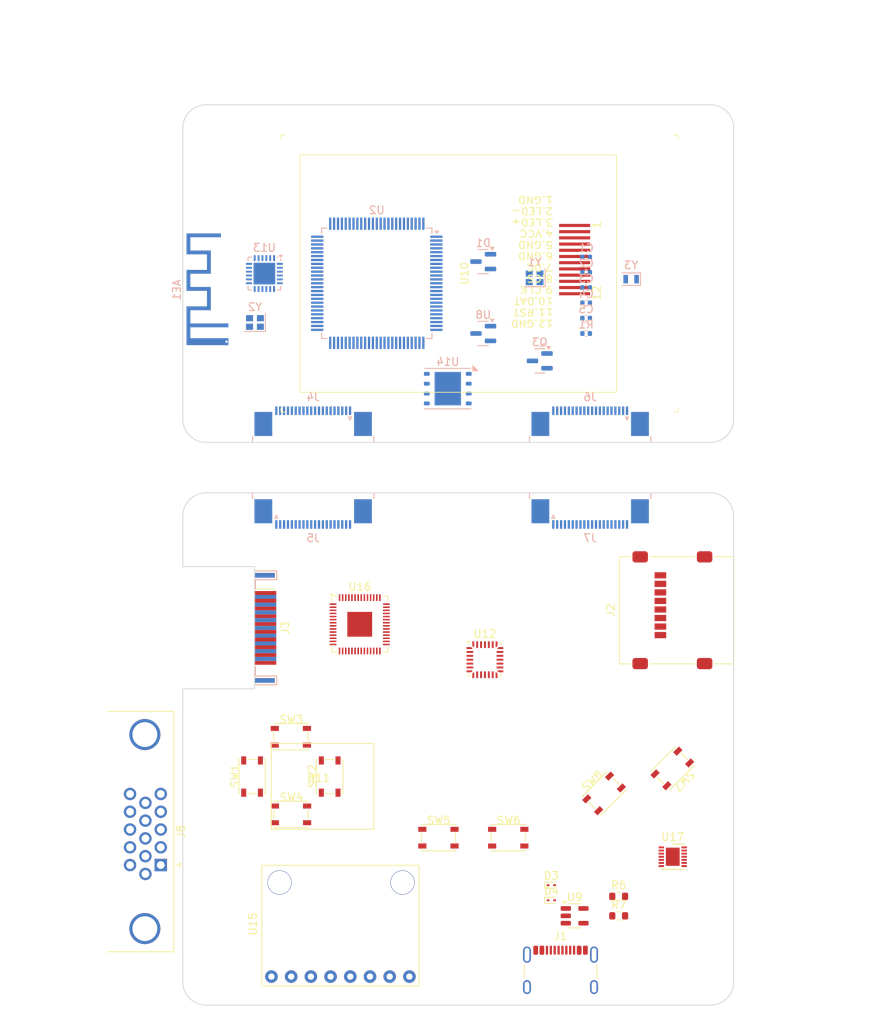
<source format=kicad_pcb>
(kicad_pcb (version 20240108) (generator "pcbnew") (generator_version "8.0")
  (layers (0 "F.Cu" signal) (1 "In1.Cu" signal) (2 "In2.Cu" signal) (31 "B.Cu" signal) (34 "B.Paste" user) (35 "F.Paste" user) (36 "B.SilkS" user "B.Silkscreen") (37 "F.SilkS" user "F.Silkscreen") (38 "B.Mask" user) (39 "F.Mask" user) (44 "Edge.Cuts" user))
  (net 0 "")
  (net 1 "/LED")
  (net 2 "/IPS_BLK")
  (net 6 "Net-(Q3-C)")
  (net 8 "Net-(Q3-B)")
  (net 63 "GND")
  (net 64 "/OSC32_IN")
  (net 65 "/OSC32_OUT")
  (net 66 "/OSC_IN")
  (net 67 "/OSC_OUT")
  (net 68 "/NRST")
  (net 69 "/BOOT0")
  (net 70 "VDD")
  (net 71 "/VBAT_Pin")
  (net 72 "/VBAT")
  (net 73 "/usb1_D-")
  (net 74 "Net-(J1-CC1)")
  (net 75 "/usb1_D+")
  (net 76 "VBUS")
  (net 77 "Net-(J1-CC2)")
  (net 88 "VDDA")
  (net 89 "/VREF+")
  (net 95 "/IPS_RST")
  (net 96 "/IPS_CS")
  (net 97 "VCC")
  (net 98 "/IPS_SDA")
  (net 99 "/IPS_SCL")
  (net 100 "Net-(U10-LEDK)")
  (net 101 "/IPS_DC")
  (net 102 "/SD1_CLK")
  (net 103 "/SD1_D3")
  (net 104 "/SD1_D1")
  (net 107 "/SD1_D0")
  (net 109 "/SD1_D2")
  (net 110 "/SD1_CMD")
  (net 111 "/USB_OTG_DP")
  (net 112 "/OSPI_IO5")
  (net 113 "/OSPI_DQS")
  (net 114 "/SW_DIO")
  (net 115 "/USB_OTG_DM")
  (net 116 "/OSPI_IO6")
  (net 117 "/OSPI_IO7")
  (net 118 "/OSPI_IO4")
  (net 119 "/OSPI_IO2")
  (net 120 "/OSPI_NCS")
  (net 121 "Net-(C19-Pad1)")
  (net 122 "/I2C1_SCL")
  (net 123 "/OSPI_IO1")
  (net 124 "Net-(C18-Pad1)")
  (net 125 "/USART1_TX")
  (net 126 "/OSPI_CLK")
  (net 127 "/USB_OTG_ID")
  (net 128 "/I2C1_SDA")
  (net 129 "/OSPI_IO3")
  (net 130 "/OSPI_IO0")
  (net 131 "/SW_CLK")
  (net 132 "/USART1_RX")
  (net 241 "Net-(U16-IOVDD-Pad1)")
  (net 255 "Net-(U16-DVDD-Pad23)")
  (net 375 "Net-(U17-GND-Pad11)")
  (footprint "MountingHole:MountingHole_2.2mm_M2" (layer "F.Cu") (at 115 152.5)
    (property "Reference" "H8" (hide yes))
    (property "Value" "MountingHole")
    (pad "" np_thru_hole circle (at 0 0) (size 2.2 2.2) (drill 2.2) (layers "*.Cu" "*.Mask"))
  )
  (footprint "my_footprint:KEY-SMD_4P-L4.2-W3.4-P2.15-LS4.5-TL" (layer "F.Cu") (at 80 134)
    (property "Reference" "SW5" (at 0 -2.286 0) (layer "F.SilkS"))
    (property "Value" "SW_Push")
    (pad "1" smd rect (at -2.131 -1.147) (size 1.05 0.65) (layers "F.Cu" "F.Paste" "F.Mask"))
    (pad "1" smd rect (at 2.019 -1.147) (size 1.05 0.65) (layers "F.Cu" "F.Paste" "F.Mask"))
    (pad "2" smd rect (at -2.131 1.003) (size 1.05 0.65) (layers "F.Cu" "F.Paste" "F.Mask"))
    (pad "2" smd rect (at 2.019 1.003) (size 1.05 0.65) (layers "F.Cu" "F.Paste" "F.Mask"))
  )
  (footprint "my_footprint:ips_2.0_240x320_12p" (layer "F.Cu") (at 83.79 61.25 90)
    (property "Reference" "U10" (at 0 -0.5 90) (layer "F.SilkS"))
    (property "Value" "~")
    (fp_text user "12" (at -3.556 17.145 90) (layer "F.SilkS") (effects (justify left bottom)))
    (fp_text user "1" (at 5.715 17.145 90) (layer "F.SilkS") (effects (justify left bottom)))
    (pad "" np_thru_hole circle (at -3.2 18.08 90) (size 1 1) (drill 1) (layers "F&B.Cu" "*.Mask"))
    (pad "" np_thru_hole circle (at 6.81 18.07 90) (size 1 1) (drill 1) (layers "F&B.Cu" "*.Mask"))
    (pad "1" smd rect (at 6.2 13.71 270) (size 0.4 4) (layers "F.Cu" "F.Paste" "F.Mask") (net 63 "GND"))
    (pad "2" smd rect (at 5.4 13.71 270) (size 0.4 4) (layers "F.Cu" "F.Paste" "F.Mask") (net 100 "Net-(U10-LEDK)"))
    (pad "3" smd rect (at 4.6 13.71 270) (size 0.4 4) (layers "F.Cu" "F.Paste" "F.Mask") (net 97 "VCC"))
    (pad "4" smd rect (at 3.8 13.71 270) (size 0.4 4) (layers "F.Cu" "F.Paste" "F.Mask") (net 97 "VCC"))
    (pad "5" smd rect (at 3 13.71 270) (size 0.4 4) (layers "F.Cu" "F.Paste" "F.Mask") (net 63 "GND"))
    (pad "6" smd rect (at 2.2 13.71 270) (size 0.4 4) (layers "F.Cu" "F.Paste" "F.Mask") (net 63 "GND"))
    (pad "7" smd rect (at 1.4 13.71 270) (size 0.4 4) (layers "F.Cu" "F.Paste" "F.Mask") (net 101 "/IPS_DC"))
    (pad "8" smd rect (at 0.6 13.71 270) (size 0.4 4) (layers "F.Cu" "F.Paste" "F.Mask") (net 96 "/IPS_CS"))
    (pad "9" smd rect (at -0.2 13.71 270) (size 0.4 4) (layers "F.Cu" "F.Paste" "F.Mask") (net 99 "/IPS_SCL"))
    (pad "10" smd rect (at -1 13.71 270) (size 0.4 4) (layers "F.Cu" "F.Paste" "F.Mask") (net 98 "/IPS_SDA"))
    (pad "11" smd rect (at -1.8 13.71 270) (size 0.4 4) (layers "F.Cu" "F.Paste" "F.Mask") (net 95 "/IPS_RST"))
    (pad "12" smd rect (at -2.6 13.71 270) (size 0.4 4) (layers "F.Cu" "F.Paste" "F.Mask") (net 63 "GND"))
  )
  (footprint "Package_DFN_QFN:QFN-28_4x4mm_P0.5mm" (layer "F.Cu") (at 85.9375 111)
    (property "Reference" "U12" (at 0 -3.33 0) (layer "F.SilkS"))
    (property "Value" "STM32G031G8Ux")
    (pad "1" smd custom (at -1.9975 -1.5) (size 0.136863 0.136863) (layers "F.Cu" "F.Paste" "F.Mask") (options (clearance outline) (anchor circle)) (primitives (gr_poly (pts (xy -0.3325 -0.08) (xy 0.19886 -0.08) (xy 0.3325 0.05364) (xy 0.3325 0.08) (xy -0.3325 0.08)) (width 0.09) (fill yes))))
    (pad "2" smd roundrect (at -1.9375 -1) (size 0.875 0.25) (layers "F.Cu" "F.Paste" "F.Mask"))
    (pad "3" smd roundrect (at -1.9375 -0.5) (size 0.875 0.25) (layers "F.Cu" "F.Paste" "F.Mask"))
    (pad "4" smd roundrect (at -1.9375 0) (size 0.875 0.25) (layers "F.Cu" "F.Paste" "F.Mask"))
    (pad "5" smd roundrect (at -1.9375 0.5) (size 0.875 0.25) (layers "F.Cu" "F.Paste" "F.Mask"))
    (pad "6" smd roundrect (at -1.9375 1) (size 0.875 0.25) (layers "F.Cu" "F.Paste" "F.Mask"))
    (pad "7" smd custom (at -1.9975 1.5) (size 0.136863 0.136863) (layers "F.Cu" "F.Paste" "F.Mask") (options (clearance outline) (anchor circle)) (primitives (gr_poly (pts (xy -0.3325 -0.08) (xy 0.3325 -0.08) (xy 0.3325 -0.05364) (xy 0.19886 0.08) (xy -0.3325 0.08)) (width 0.09) (fill yes))))
    (pad "8" smd custom (at -1.5 1.9975) (size 0.136863 0.136863) (layers "F.Cu" "F.Paste" "F.Mask") (options (clearance outline) (anchor circle)) (primitives (gr_poly (pts (xy -0.08 -0.19886) (xy 0.05364 -0.3325) (xy 0.08 -0.3325) (xy 0.08 0.3325) (xy -0.08 0.3325)) (width 0.09) (fill yes))))
    (pad "9" smd roundrect (at -1 1.9375) (size 0.25 0.875) (layers "F.Cu" "F.Paste" "F.Mask"))
    (pad "10" smd roundrect (at -0.5 1.9375) (size 0.25 0.875) (layers "F.Cu" "F.Paste" "F.Mask"))
    (pad "11" smd roundrect (at 0 1.9375) (size 0.25 0.875) (layers "F.Cu" "F.Paste" "F.Mask"))
    (pad "12" smd roundrect (at 0.5 1.9375) (size 0.25 0.875) (layers "F.Cu" "F.Paste" "F.Mask"))
    (pad "13" smd roundrect (at 1 1.9375) (size 0.25 0.875) (layers "F.Cu" "F.Paste" "F.Mask"))
    (pad "14" smd custom (at 1.5 1.9975) (size 0.136863 0.136863) (layers "F.Cu" "F.Paste" "F.Mask") (options (clearance outline) (anchor circle)) (primitives (gr_poly (pts (xy -0.08 -0.3325) (xy -0.05364 -0.3325) (xy 0.08 -0.19886) (xy 0.08 0.3325) (xy -0.08 0.3325)) (width 0.09) (fill yes))))
    (pad "15" smd custom (at 1.9975 1.5) (size 0.136863 0.136863) (layers "F.Cu" "F.Paste" "F.Mask") (options (clearance outline) (anchor circle)) (primitives (gr_poly (pts (xy -0.3325 -0.08) (xy 0.3325 -0.08) (xy 0.3325 0.08) (xy -0.19886 0.08) (xy -0.3325 -0.05364)) (width 0.09) (fill yes))))
    (pad "16" smd roundrect (at 1.9375 1) (size 0.875 0.25) (layers "F.Cu" "F.Paste" "F.Mask"))
    (pad "17" smd roundrect (at 1.9375 0.5) (size 0.875 0.25) (layers "F.Cu" "F.Paste" "F.Mask"))
    (pad "18" smd roundrect (at 1.9375 0) (size 0.875 0.25) (layers "F.Cu" "F.Paste" "F.Mask"))
    (pad "19" smd roundrect (at 1.9375 -0.5) (size 0.875 0.25) (layers "F.Cu" "F.Paste" "F.Mask"))
    (pad "20" smd roundrect (at 1.9375 -1) (size 0.875 0.25) (layers "F.Cu" "F.Paste" "F.Mask"))
    (pad "21" smd custom (at 1.9975 -1.5) (size 0.136863 0.136863) (layers "F.Cu" "F.Paste" "F.Mask") (options (clearance outline) (anchor circle)) (primitives (gr_poly (pts (xy -0.3325 0.05364) (xy -0.19886 -0.08) (xy 0.3325 -0.08) (xy 0.3325 0.08) (xy -0.3325 0.08)) (width 0.09) (fill yes))))
    (pad "22" smd custom (at 1.5 -1.9975) (size 0.136863 0.136863) (layers "F.Cu" "F.Paste" "F.Mask") (options (clearance outline) (anchor circle)) (primitives (gr_poly (pts (xy -0.08 -0.3325) (xy 0.08 -0.3325) (xy 0.08 0.19886) (xy -0.05364 0.3325) (xy -0.08 0.3325)) (width 0.09) (fill yes))))
    (pad "23" smd roundrect (at 1 -1.9375) (size 0.25 0.875) (layers "F.Cu" "F.Paste" "F.Mask"))
    (pad "24" smd roundrect (at 0.5 -1.9375) (size 0.25 0.875) (layers "F.Cu" "F.Paste" "F.Mask"))
    (pad "25" smd roundrect (at 0 -1.9375) (size 0.25 0.875) (layers "F.Cu" "F.Paste" "F.Mask"))
    (pad "26" smd roundrect (at -0.5 -1.9375) (size 0.25 0.875) (layers "F.Cu" "F.Paste" "F.Mask"))
    (pad "27" smd roundrect (at -1 -1.9375) (size 0.25 0.875) (layers "F.Cu" "F.Paste" "F.Mask"))
    (pad "28" smd custom (at -1.5 -1.9975) (size 0.136863 0.136863) (layers "F.Cu" "F.Paste" "F.Mask") (options (clearance outline) (anchor circle)) (primitives (gr_poly (pts (xy -0.08 -0.3325) (xy 0.08 -0.3325) (xy 0.08 0.3325) (xy 0.05364 0.3325) (xy -0.08 0.19886)) (width 0.09) (fill yes))))
  )
  (footprint "MountingHole:MountingHole_2.2mm_M2" (layer "F.Cu") (at 115 80)
    (property "Reference" "H4" (hide yes))
    (property "Value" "MountingHole")
    (pad "" np_thru_hole circle (at 0 0) (size 2.2 2.2) (drill 2.2) (layers "*.Cu" "*.Mask"))
  )
  (footprint "my_footprint:KEY-SMD_4P-L4.2-W3.4-P2.15-LS4.5-TL" (layer "F.Cu") (at 101.383403 128.2387 45)
    (property "Reference" "SW8" (at 0 -2.286 45) (layer "F.SilkS"))
    (property "Value" "SW_Push")
    (pad "1" smd rect (at -2.131 -1.147 45) (size 1.05 0.65) (layers "F.Cu" "F.Paste" "F.Mask"))
    (pad "1" smd rect (at 2.019 -1.147 45) (size 1.05 0.65) (layers "F.Cu" "F.Paste" "F.Mask"))
    (pad "2" smd rect (at -2.131 1.003001 45) (size 1.05 0.65) (layers "F.Cu" "F.Paste" "F.Mask"))
    (pad "2" smd rect (at 2.019 1.003001 45) (size 1.05 0.65) (layers "F.Cu" "F.Paste" "F.Mask"))
  )
  (footprint "Connector_HDMI:HDMI_A_Contact_Technology_HDMI-19APL2_Horizontal" (layer "F.Cu") (at 57.65 106.9 -90)
    (property "Reference" "J3" (at -0.01 -2.53 90) (layer "F.SilkS"))
    (property "Value" "HDMI_A")
    (pad "1" smd rect (at -4.5 0 270) (size 0.5 2.8) (layers "F.Cu" "F.Paste" "F.Mask"))
    (pad "2" smd rect (at -4 0 270) (size 0.5 2.8) (layers "B.Cu" "B.Paste" "B.Mask"))
    (pad "3" smd rect (at -3.5 0 270) (size 0.5 2.8) (layers "F.Cu" "F.Paste" "F.Mask"))
    (pad "4" smd rect (at -3 0 270) (size 0.5 2.8) (layers "B.Cu" "B.Paste" "B.Mask"))
    (pad "5" smd rect (at -2.5 0 270) (size 0.5 2.8) (layers "F.Cu" "F.Paste" "F.Mask"))
    (pad "6" smd rect (at -2 0 270) (size 0.5 2.8) (layers "B.Cu" "B.Paste" "B.Mask"))
    (pad "7" smd rect (at -1.5 0 270) (size 0.5 2.8) (layers "F.Cu" "F.Paste" "F.Mask"))
    (pad "8" smd rect (at -1 0 270) (size 0.5 2.8) (layers "B.Cu" "B.Paste" "B.Mask"))
    (pad "9" smd rect (at -0.5 0 270) (size 0.5 2.8) (layers "F.Cu" "F.Paste" "F.Mask"))
    (pad "10" smd rect (at 0 0 270) (size 0.5 2.8) (layers "B.Cu" "B.Paste" "B.Mask"))
    (pad "11" smd rect (at 0.5 0 270) (size 0.5 2.8) (layers "F.Cu" "F.Paste" "F.Mask"))
    (pad "12" smd rect (at 1 0 270) (size 0.5 2.8) (layers "B.Cu" "B.Paste" "B.Mask"))
    (pad "13" smd rect (at 1.5 0 270) (size 0.5 2.8) (layers "F.Cu" "F.Paste" "F.Mask"))
    (pad "14" smd rect (at 2 0 270) (size 0.5 2.8) (layers "B.Cu" "B.Paste" "B.Mask"))
    (pad "15" smd rect (at 2.5 0 270) (size 0.5 2.8) (layers "F.Cu" "F.Paste" "F.Mask"))
    (pad "16" smd rect (at 3 0 270) (size 0.5 2.8) (layers "B.Cu" "B.Paste" "B.Mask"))
    (pad "17" smd rect (at 3.5 0 270) (size 0.5 2.8) (layers "F.Cu" "F.Paste" "F.Mask"))
    (pad "18" smd rect (at 4 0 270) (size 0.5 2.8) (layers "B.Cu" "B.Paste" "B.Mask"))
    (pad "19" smd rect (at 4.5 0 270) (size 0.5 2.8) (layers "F.Cu" "F.Paste" "F.Mask"))
    (pad "SH" smd rect (at -6.775 0.1 270) (size 0.6 2.6) (layers "F.Cu" "F.Paste" "F.Mask"))
    (pad "SH" smd rect (at -6.775 0.1 270) (size 0.6 2.6) (layers "B.Cu" "B.Paste" "B.Mask"))
    (pad "SH" smd rect (at 6.775 0.1 270) (size 0.6 2.6) (layers "F.Cu" "F.Paste" "F.Mask"))
    (pad "SH" smd rect (at 6.775 0.1 270) (size 0.6 2.6) (layers "B.Cu" "B.Paste" "B.Mask"))
  )
  (footprint "my_footprint:KEY-SMD_4P-L4.2-W3.4-P2.15-LS4.5-TL" (layer "F.Cu") (at 60.981 121)
    (property "Reference" "SW3" (at 0 -2.286 0) (layer "F.SilkS"))
    (property "Value" "SW_Push")
    (pad "1" smd rect (at -2.131 -1.147) (size 1.05 0.65) (layers "F.Cu" "F.Paste" "F.Mask"))
    (pad "1" smd rect (at 2.019 -1.147) (size 1.05 0.65) (layers "F.Cu" "F.Paste" "F.Mask"))
    (pad "2" smd rect (at -2.131 1.003) (size 1.05 0.65) (layers "F.Cu" "F.Paste" "F.Mask"))
    (pad "2" smd rect (at 2.019 1.003) (size 1.05 0.65) (layers "F.Cu" "F.Paste" "F.Mask"))
  )
  (footprint "my_footprint:ns_joystick" (layer "F.Cu") (at 64.5 126.75)
    (property "Reference" "U11" (at 0 -0.5 0) (layer "F.SilkS"))
    (property "Value" "~")
  )
  (footprint "my_footprint:KEY-SMD_4P-L4.2-W3.4-P2.15-LS4.5-TL" (layer "F.Cu") (at 66 126 90)
    (property "Reference" "SW2" (at 0 -2.286 90) (layer "F.SilkS"))
    (property "Value" "SW_Push")
    (pad "1" smd rect (at -2.131 -1.147 90) (size 1.05 0.65) (layers "F.Cu" "F.Paste" "F.Mask"))
    (pad "1" smd rect (at 2.019 -1.147 90) (size 1.05 0.65) (layers "F.Cu" "F.Paste" "F.Mask"))
    (pad "2" smd rect (at -2.131 1.003 90) (size 1.05 0.65) (layers "F.Cu" "F.Paste" "F.Mask"))
    (pad "2" smd rect (at 2.019 1.003 90) (size 1.05 0.65) (layers "F.Cu" "F.Paste" "F.Mask"))
  )
  (footprint "Diode_SMD:D_SOD-923" (layer "F.Cu") (at 94.5 140.05)
    (property "Reference" "D3" (at 0 -1.2 0) (layer "F.SilkS"))
    (property "Value" "ESD9B3.3ST5G")
    (pad "1" smd roundrect (at -0.42 0 180) (size 0.36 0.25) (layers "F.Cu" "F.Paste" "F.Mask") (net 63 "GND"))
    (pad "2" smd roundrect (at 0.42 0 180) (size 0.36 0.25) (layers "F.Cu" "F.Paste" "F.Mask") (net 75 "/usb1_D+"))
  )
  (footprint "Connector_USB:USB_C_Receptacle_GCT_USB4105-xx-A_16P_TopMnt_Horizontal" (layer "F.Cu") (at 95.68 152.105)
    (property "Reference" "J1" (at 0 -5.5 0) (layer "F.SilkS"))
    (property "Value" "USB_C_Receptacle_USB2.0")
    (pad "" np_thru_hole circle (at -2.89 -2.605) (size 0.65 0.65) (drill 0.65) (layers "F&B.Cu" "*.Mask"))
    (pad "" np_thru_hole circle (at 2.89 -2.605) (size 0.65 0.65) (drill 0.65) (layers "F&B.Cu" "*.Mask"))
    (pad "A1" smd roundrect (at -3.2 -3.68) (size 0.6 1.15) (layers "F.Cu" "F.Paste" "F.Mask") (net 63 "GND"))
    (pad "A4" smd roundrect (at -2.4 -3.68) (size 0.6 1.15) (layers "F.Cu" "F.Paste" "F.Mask") (net 76 "VBUS"))
    (pad "A5" smd roundrect (at -1.25 -3.68) (size 0.3 1.15) (layers "F.Cu" "F.Paste" "F.Mask") (net 74 "Net-(J1-CC1)"))
    (pad "A6" smd roundrect (at -0.25 -3.68) (size 0.3 1.15) (layers "F.Cu" "F.Paste" "F.Mask") (net 75 "/usb1_D+"))
    (pad "A7" smd roundrect (at 0.25 -3.68) (size 0.3 1.15) (layers "F.Cu" "F.Paste" "F.Mask") (net 73 "/usb1_D-"))
    (pad "A8" smd roundrect (at 1.25 -3.68) (size 0.3 1.15) (layers "F.Cu" "F.Paste" "F.Mask"))
    (pad "A9" smd roundrect (at 2.4 -3.68) (size 0.6 1.15) (layers "F.Cu" "F.Paste" "F.Mask") (net 76 "VBUS"))
    (pad "A12" smd roundrect (at 3.2 -3.68) (size 0.6 1.15) (layers "F.Cu" "F.Paste" "F.Mask") (net 63 "GND"))
    (pad "B1" smd roundrect (at 3.2 -3.68) (size 0.6 1.15) (layers "F.Cu" "F.Paste" "F.Mask") (net 63 "GND"))
    (pad "B4" smd roundrect (at 2.4 -3.68) (size 0.6 1.15) (layers "F.Cu" "F.Paste" "F.Mask") (net 76 "VBUS"))
    (pad "B5" smd roundrect (at 1.75 -3.68) (size 0.3 1.15) (layers "F.Cu" "F.Paste" "F.Mask") (net 77 "Net-(J1-CC2)"))
    (pad "B6" smd roundrect (at 0.75 -3.68) (size 0.3 1.15) (layers "F.Cu" "F.Paste" "F.Mask") (net 75 "/usb1_D+"))
    (pad "B7" smd roundrect (at -0.75 -3.68) (size 0.3 1.15) (layers "F.Cu" "F.Paste" "F.Mask") (net 73 "/usb1_D-"))
    (pad "B8" smd roundrect (at -1.75 -3.68) (size 0.3 1.15) (layers "F.Cu" "F.Paste" "F.Mask"))
    (pad "B9" smd roundrect (at -2.4 -3.68) (size 0.6 1.15) (layers "F.Cu" "F.Paste" "F.Mask") (net 76 "VBUS"))
    (pad "B12" smd roundrect (at -3.2 -3.68) (size 0.6 1.15) (layers "F.Cu" "F.Paste" "F.Mask") (net 63 "GND"))
    (pad "S1" thru_hole oval (at -4.32 -3.105) (size 1 2.1) (drill oval 0.6 1.7) (layers "*.Cu" "*.Mask" "F.Paste") (net 63 "GND"))
    (pad "S1" thru_hole oval (at -4.32 1.075) (size 1 1.8) (drill oval 0.6 1.4) (layers "*.Cu" "*.Mask" "F.Paste") (net 63 "GND"))
    (pad "S1" thru_hole oval (at 4.32 -3.105) (size 1 2.1) (drill oval 0.6 1.7) (layers "*.Cu" "*.Mask" "F.Paste") (net 63 "GND"))
    (pad "S1" thru_hole oval (at 4.32 1.075) (size 1 1.8) (drill oval 0.6 1.4) (layers "*.Cu" "*.Mask" "F.Paste") (net 63 "GND"))
  )
  (footprint "MountingHole:MountingHole_2.2mm_M2" (layer "F.Cu") (at 50 92.5)
    (property "Reference" "H5" (hide yes))
    (property "Value" "MountingHole")
    (pad "" np_thru_hole circle (at 0 0) (size 2.2 2.2) (drill 2.2) (layers "*.Cu" "*.Mask"))
  )
  (footprint "MountingHole:MountingHole_2.2mm_M2" (layer "F.Cu") (at 50 80)
    (property "Reference" "H2" (hide yes))
    (property "Value" "MountingHole")
    (pad "" np_thru_hole circle (at 0 0) (size 2.2 2.2) (drill 2.2) (layers "*.Cu" "*.Mask"))
  )
  (footprint "my_footprint:MPU6050" (layer "F.Cu") (at 67.949535 145.731185 90)
    (property "Reference" "U15" (at 0.6858 -11.9126 90) (layer "F.SilkS"))
    (property "Value" "MPU6050")
    (pad "1" thru_hole circle (at -6.096 -9.525 90) (size 1.6256 1.6256) (drill 0.8128) (layers "*.Cu" "*.Mask"))
    (pad "2" thru_hole circle (at -6.096 -6.985 90) (size 1.6256 1.6256) (drill 0.8128) (layers "*.Cu" "*.Mask"))
    (pad "3" thru_hole circle (at -6.096 -4.445 90) (size 1.6256 1.6256) (drill 0.8128) (layers "*.Cu" "*.Mask"))
    (pad "4" thru_hole circle (at -6.096 -1.905 90) (size 1.6256 1.6256) (drill 0.8128) (layers "*.Cu" "*.Mask"))
    (pad "5" thru_hole circle (at -6.096 0.635 90) (size 1.6256 1.6256) (drill 0.8128) (layers "*.Cu" "*.Mask"))
    (pad "6" thru_hole circle (at -6.096 3.175 90) (size 1.6256 1.6256) (drill 0.8128) (layers "*.Cu" "*.Mask"))
    (pad "7" thru_hole circle (at -6.096 5.715 90) (size 1.6256 1.6256) (drill 0.8128) (layers "*.Cu" "*.Mask"))
    (pad "8" thru_hole circle (at -6.096 8.255 90) (size 1.6256 1.6256) (drill 0.8128) (layers "*.Cu" "*.Mask"))
    (pad "9" thru_hole circle (at 6.0198 -8.4836 90) (size 3.1 3.1) (drill 3) (layers "*.Cu" "*.Mask"))
    (pad "9" thru_hole circle (at 6.0198 7.3614 90) (size 3.1 3.1) (drill 3) (layers "*.Cu" "*.Mask"))
  )
  (footprint "Package_DFN_QFN:QFN-56-1EP_7x7mm_P0.4mm_EP3.2x3.2mm" (layer "F.Cu") (at 69.8 106.4375)
    (property "Reference" "U16" (at 0 -4.83 0) (layer "F.SilkS"))
    (property "Value" "RP2040")
    (pad "1" smd roundrect (at -3.4375 -2.6) (size 0.875 0.2) (layers "F.Cu" "F.Paste" "F.Mask") (net 241 "Net-(U16-IOVDD-Pad1)"))
    (pad "2" smd roundrect (at -3.4375 -2.2) (size 0.875 0.2) (layers "F.Cu" "F.Paste" "F.Mask"))
    (pad "3" smd roundrect (at -3.4375 -1.8) (size 0.875 0.2) (layers "F.Cu" "F.Paste" "F.Mask"))
    (pad "4" smd roundrect (at -3.4375 -1.4) (size 0.875 0.2) (layers "F.Cu" "F.Paste" "F.Mask"))
    (pad "5" smd roundrect (at -3.4375 -1) (size 0.875 0.2) (layers "F.Cu" "F.Paste" "F.Mask"))
    (pad "6" smd roundrect (at -3.4375 -0.6) (size 0.875 0.2) (layers "F.Cu" "F.Paste" "F.Mask"))
    (pad "7" smd roundrect (at -3.4375 -0.2) (size 0.875 0.2) (layers "F.Cu" "F.Paste" "F.Mask"))
    (pad "8" smd roundrect (at -3.4375 0.2) (size 0.875 0.2) (layers "F.Cu" "F.Paste" "F.Mask"))
    (pad "9" smd roundrect (at -3.4375 0.6) (size 0.875 0.2) (layers "F.Cu" "F.Paste" "F.Mask"))
    (pad "10" smd roundrect (at -3.4375 1) (size 0.875 0.2) (layers "F.Cu" "F.Paste" "F.Mask") (net 241 "Net-(U16-IOVDD-Pad1)"))
    (pad "11" smd roundrect (at -3.4375 1.4) (size 0.875 0.2) (layers "F.Cu" "F.Paste" "F.Mask"))
    (pad "12" smd roundrect (at -3.4375 1.8) (size 0.875 0.2) (layers "F.Cu" "F.Paste" "F.Mask"))
    (pad "13" smd roundrect (at -3.4375 2.2) (size 0.875 0.2) (layers "F.Cu" "F.Paste" "F.Mask"))
    (pad "14" smd roundrect (at -3.4375 2.6) (size 0.875 0.2) (layers "F.Cu" "F.Paste" "F.Mask"))
    (pad "15" smd roundrect (at -2.6 3.4375) (size 0.2 0.875) (layers "F.Cu" "F.Paste" "F.Mask"))
    (pad "16" smd roundrect (at -2.2 3.4375) (size 0.2 0.875) (layers "F.Cu" "F.Paste" "F.Mask"))
    (pad "17" smd roundrect (at -1.8 3.4375) (size 0.2 0.875) (layers "F.Cu" "F.Paste" "F.Mask"))
    (pad "18" smd roundrect (at -1.4 3.4375) (size 0.2 0.875) (layers "F.Cu" "F.Paste" "F.Mask"))
    (pad "19" smd roundrect (at -1 3.4375) (size 0.2 0.875) (layers "F.Cu" "F.Paste" "F.Mask"))
    (pad "20" smd roundrect (at -0.6 3.4375) (size 0.2 0.875) (layers "F.Cu" "F.Paste" "F.Mask"))
    (pad "21" smd roundrect (at -0.2 3.4375) (size 0.2 0.875) (layers "F.Cu" "F.Paste" "F.Mask"))
    (pad "22" smd roundrect (at 0.2 3.4375) (size 0.2 0.875) (layers "F.Cu" "F.Paste" "F.Mask") (net 241 "Net-(U16-IOVDD-Pad1)"))
    (pad "23" smd roundrect (at 0.6 3.4375) (size 0.2 0.875) (layers "F.Cu" "F.Paste" "F.Mask") (net 255 "Net-(U16-DVDD-Pad23)"))
    (pad "24" smd roundrect (at 1 3.4375) (size 0.2 0.875) (layers "F.Cu" "F.Paste" "F.Mask"))
    (pad "25" smd roundrect (at 1.4 3.4375) (size 0.2 0.875) (layers "F.Cu" "F.Paste" "F.Mask"))
    (pad "26" smd roundrect (at 1.8 3.4375) (size 0.2 0.875) (layers "F.Cu" "F.Paste" "F.Mask"))
    (pad "27" smd roundrect (at 2.2 3.4375) (size 0.2 0.875) (layers "F.Cu" "F.Paste" "F.Mask"))
    (pad "28" smd roundrect (at 2.6 3.4375) (size 0.2 0.875) (layers "F.Cu" "F.Paste" "F.Mask"))
    (pad "29" smd roundrect (at 3.4375 2.6) (size 0.875 0.2) (layers "F.Cu" "F.Paste" "F.Mask"))
    (pad "30" smd roundrect (at 3.4375 2.2) (size 0.875 0.2) (layers "F.Cu" "F.Paste" "F.Mask"))
    (pad "31" smd roundrect (at 3.4375 1.8) (size 0.875 0.2) (layers "F.Cu" "F.Paste" "F.Mask"))
    (pad "32" smd roundrect (at 3.4375 1.4) (size 0.875 0.2) (layers "F.Cu" "F.Paste" "F.Mask"))
    (pad "33" smd roundrect (at 3.4375 1) (size 0.875 0.2) (layers "F.Cu" "F.Paste" "F.Mask") (net 241 "Net-(U16-IOVDD-Pad1)"))
    (pad "34" smd roundrect (at 3.4375 0.6) (size 0.875 0.2) (layers "F.Cu" "F.Paste" "F.Mask"))
    (pad "35" smd roundrect (at 3.4375 0.2) (size 0.875 0.2) (layers "F.Cu" "F.Paste" "F.Mask"))
    (pad "36" smd roundrect (at 3.4375 -0.2) (size 0.875 0.2) (layers "F.Cu" "F.Paste" "F.Mask"))
    (pad "37" smd roundrect (at 3.4375 -0.6) (size 0.875 0.2) (layers "F.Cu" "F.Paste" "F.Mask"))
    (pad "38" smd roundrect (at 3.4375 -1) (size 0.875 0.2) (layers "F.Cu" "F.Paste" "F.Mask"))
    (pad "39" smd roundrect (at 3.4375 -1.4) (size 0.875 0.2) (layers "F.Cu" "F.Paste" "F.Mask"))
    (pad "40" smd roundrect (at 3.4375 -1.8) (size 0.875 0.2) (layers "F.Cu" "F.Paste" "F.Mask"))
    (pad "41" smd roundrect (at 3.4375 -2.2) (size 0.875 0.2) (layers "F.Cu" "F.Paste" "F.Mask"))
    (pad "42" smd roundrect (at 3.4375 -2.6) (size 0.875 0.2) (layers "F.Cu" "F.Paste" "F.Mask") (net 241 "Net-(U16-IOVDD-Pad1)"))
    (pad "43" smd roundrect (at 2.6 -3.4375) (size 0.2 0.875) (layers "F.Cu" "F.Paste" "F.Mask"))
    (pad "44" smd roundrect (at 2.2 -3.4375) (size 0.2 0.875) (layers "F.Cu" "F.Paste" "F.Mask"))
    (pad "45" smd roundrect (at 1.8 -3.4375) (size 0.2 0.875) (layers "F.Cu" "F.Paste" "F.Mask"))
    (pad "46" smd roundrect (at 1.4 -3.4375) (size 0.2 0.875) (layers "F.Cu" "F.Paste" "F.Mask"))
    (pad "47" smd roundrect (at 1 -3.4375) (size 0.2 0.875) (layers "F.Cu" "F.Paste" "F.Mask"))
    (pad "48" smd roundrect (at 0.6 -3.4375) (size 0.2 0.875) (layers "F.Cu" "F.Paste" "F.Mask"))
    (pad "49" smd roundrect (at 0.2 -3.4375) (size 0.2 0.875) (layers "F.Cu" "F.Paste" "F.Mask") (net 241 "Net-(U16-IOVDD-Pad1)"))
    (pad "50" smd roundrect (at -0.2 -3.4375) (size 0.2 0.875) (layers "F.Cu" "F.Paste" "F.Mask") (net 255 "Net-(U16-DVDD-Pad23)"))
    (pad "51" smd roundrect (at -0.6 -3.4375) (size 0.2 0.875) (layers "F.Cu" "F.Paste" "F.Mask"))
    (pad "52" smd roundrect (at -1 -3.4375) (size 0.2 0.875) (layers "F.Cu" "F.Paste" "F.Mask"))
    (pad "53" smd roundrect (at -1.4 -3.4375) (size 0.2 0.875) (layers "F.Cu" "F.Paste" "F.Mask"))
    (pad "54" smd roundrect (at -1.8 -3.4375) (size 0.2 0.875) (layers "F.Cu" "F.Paste" "F.Mask"))
    (pad "55" smd roundrect (at -2.2 -3.4375) (size 0.2 0.875) (layers "F.Cu" "F.Paste" "F.Mask"))
    (pad "56" smd roundrect (at -2.6 -3.4375) (size 0.2 0.875) (layers "F.Cu" "F.Paste" "F.Mask"))
    (pad "57" smd rect (at 0 0) (size 3.2 3.2) (property pad_prop_heatsink) (layers "F.Cu" "F.Mask"))
  )
  (footprint "my_footprint:KEY-SMD_4P-L4.2-W3.4-P2.15-LS4.5-TL" (layer "F.Cu") (at 110 125 -135)
    (property "Reference" "SW7" (at 0 -2.286 -135) (layer "F.SilkS"))
    (property "Value" "SW_Push")
    (pad "1" smd rect (at -2.131 -1.147 225) (size 1.05 0.65) (layers "F.Cu" "F.Paste" "F.Mask"))
    (pad "1" smd rect (at 2.019 -1.147 225) (size 1.05 0.65) (layers "F.Cu" "F.Paste" "F.Mask"))
    (pad "2" smd rect (at -2.131 1.003001 225) (size 1.05 0.65) (layers "F.Cu" "F.Paste" "F.Mask"))
    (pad "2" smd rect (at 2.019 1.003001 225) (size 1.05 0.65) (layers "F.Cu" "F.Paste" "F.Mask"))
  )
  (footprint "MountingHole:MountingHole_2.2mm_M2" (layer "F.Cu") (at 115 42.5)
    (property "Reference" "H3" (hide yes))
    (property "Value" "MountingHole")
    (pad "" np_thru_hole circle (at 0 0) (size 2.2 2.2) (drill 2.2) (layers "*.Cu" "*.Mask"))
  )
  (footprint "MountingHole:MountingHole_2.2mm_M2" (layer "F.Cu") (at 115 92.5)
    (property "Reference" "H7" (hide yes))
    (property "Value" "MountingHole")
    (pad "" np_thru_hole circle (at 0 0) (size 2.2 2.2) (drill 2.2) (layers "*.Cu" "*.Mask"))
  )
  (footprint "my_footprint:KEY-SMD_4P-L4.2-W3.4-P2.15-LS4.5-TL" (layer "F.Cu") (at 56 126 90)
    (property "Reference" "SW1" (at 0 -2.286 90) (layer "F.SilkS"))
    (property "Value" "SW_Push")
    (pad "1" smd rect (at -2.131 -1.147 90) (size 1.05 0.65) (layers "F.Cu" "F.Paste" "F.Mask"))
    (pad "1" smd rect (at 2.019 -1.147 90) (size 1.05 0.65) (layers "F.Cu" "F.Paste" "F.Mask"))
    (pad "2" smd rect (at -2.131 1.003 90) (size 1.05 0.65) (layers "F.Cu" "F.Paste" "F.Mask"))
    (pad "2" smd rect (at 2.019 1.003 90) (size 1.05 0.65) (layers "F.Cu" "F.Paste" "F.Mask"))
  )
  (footprint "Diode_SMD:D_SOD-923" (layer "F.Cu") (at 94.5 142)
    (property "Reference" "D4" (at 0 -1.2 0) (layer "F.SilkS"))
    (property "Value" "ESD9B3.3ST5G")
    (pad "1" smd roundrect (at -0.42 0 180) (size 0.36 0.25) (layers "F.Cu" "F.Paste" "F.Mask") (net 63 "GND"))
    (pad "2" smd roundrect (at 0.42 0 180) (size 0.36 0.25) (layers "F.Cu" "F.Paste" "F.Mask") (net 73 "/usb1_D-"))
  )
  (footprint "MountingHole:MountingHole_2.2mm_M2" (layer "F.Cu") (at 50 152.5)
    (property "Reference" "H6" (hide yes))
    (property "Value" "MountingHole")
    (pad "" np_thru_hole circle (at 0 0) (size 2.2 2.2) (drill 2.2) (layers "*.Cu" "*.Mask"))
  )
  (footprint "Package_DFN_QFN:DFN-14-1EP_3x3mm_P0.4mm_EP1.78x2.35mm" (layer "F.Cu") (at 110.145 136.3875)
    (property "Reference" "U17" (at 0 -2.55 0) (layer "F.SilkS"))
    (property "Value" "MAX9814")
    (pad "1" smd rect (at -1.475 -1.2) (size 0.7 0.25) (layers "F.Cu" "F.Paste" "F.Mask"))
    (pad "2" smd rect (at -1.475 -0.8) (size 0.7 0.25) (layers "F.Cu" "F.Paste" "F.Mask"))
    (pad "3" smd rect (at -1.475 -0.4) (size 0.7 0.25) (layers "F.Cu" "F.Paste" "F.Mask"))
    (pad "4" smd rect (at -1.475 0) (size 0.7 0.25) (layers "F.Cu" "F.Paste" "F.Mask") (net 375 "Net-(U17-GND-Pad11)"))
    (pad "5" smd rect (at -1.475 0.4) (size 0.7 0.25) (layers "F.Cu" "F.Paste" "F.Mask"))
    (pad "6" smd rect (at -1.475 0.8) (size 0.7 0.25) (layers "F.Cu" "F.Paste" "F.Mask"))
    (pad "7" smd rect (at -1.475 1.2) (size 0.7 0.25) (layers "F.Cu" "F.Paste" "F.Mask") (net 375 "Net-(U17-GND-Pad11)"))
    (pad "8" smd rect (at 1.475 1.2) (size 0.7 0.25) (layers "F.Cu" "F.Paste" "F.Mask"))
    (pad "9" smd rect (at 1.475 0.8) (size 0.7 0.25) (layers "F.Cu" "F.Paste" "F.Mask"))
    (pad "10" smd rect (at 1.475 0.4) (size 0.7 0.25) (layers "F.Cu" "F.Paste" "F.Mask"))
    (pad "11" smd rect (at 1.475 0) (size 0.7 0.25) (layers "F.Cu" "F.Paste" "F.Mask") (net 375 "Net-(U17-GND-Pad11)"))
    (pad "12" smd rect (at 1.475 -0.4) (size 0.7 0.25) (layers "F.Cu" "F.Paste" "F.Mask"))
    (pad "13" smd rect (at 1.475 -0.8) (size 0.7 0.25) (layers "F.Cu" "F.Paste" "F.Mask"))
    (pad "14" smd rect (at 1.475 -1.2) (size 0.7 0.25) (layers "F.Cu" "F.Paste" "F.Mask"))
    (pad "15" smd rect (at 0 0) (size 1.78 2.35) (layers "F.Cu" "F.Mask") (net 375 "Net-(U17-GND-Pad11)"))
  )
  (footprint "my_footprint:KEY-SMD_4P-L4.2-W3.4-P2.15-LS4.5-TL" (layer "F.Cu") (at 89 134)
    (property "Reference" "SW6" (at 0 -2.286 0) (layer "F.SilkS"))
    (property "Value" "SW_Push")
    (pad "1" smd rect (at -2.131 -1.147) (size 1.05 0.65) (layers "F.Cu" "F.Paste" "F.Mask"))
    (pad "1" smd rect (at 2.019 -1.147) (size 1.05 0.65) (layers "F.Cu" "F.Paste" "F.Mask"))
    (pad "2" smd rect (at -2.131 1.003) (size 1.05 0.65) (layers "F.Cu" "F.Paste" "F.Mask"))
    (pad "2" smd rect (at 2.019 1.003) (size 1.05 0.65) (layers "F.Cu" "F.Paste" "F.Mask"))
  )
  (footprint "my_footprint:KEY-SMD_4P-L4.2-W3.4-P2.15-LS4.5-TL" (layer "F.Cu") (at 61 131)
    (property "Reference" "SW4" (at 0 -2.286 0) (layer "F.SilkS"))
    (property "Value" "SW_Push")
    (pad "1" smd rect (at -2.131 -1.147) (size 1.05 0.65) (layers "F.Cu" "F.Paste" "F.Mask"))
    (pad "1" smd rect (at 2.019 -1.147) (size 1.05 0.65) (layers "F.Cu" "F.Paste" "F.Mask"))
    (pad "2" smd rect (at -2.131 1.003) (size 1.05 0.65) (layers "F.Cu" "F.Paste" "F.Mask"))
    (pad "2" smd rect (at 2.019 1.003) (size 1.05 0.65) (layers "F.Cu" "F.Paste" "F.Mask"))
  )
  (footprint "Resistor_SMD:R_0603_1608Metric" (layer "F.Cu") (at 103.175 141.49)
    (property "Reference" "R6" (at 0 -1.43 0) (layer "F.SilkS"))
    (property "Value" "5.1K")
    (pad "1" smd roundrect (at -0.825 0) (size 0.8 0.95) (layers "F.Cu" "F.Paste" "F.Mask") (net 63 "GND"))
    (pad "2" smd roundrect (at 0.825 0) (size 0.8 0.95) (layers "F.Cu" "F.Paste" "F.Mask") (net 74 "Net-(J1-CC1)"))
  )
  (footprint "Connector_Card:microSD_HC_Molex_47219-2001" (layer "F.Cu") (at 110.65 104.625 90)
    (property "Reference" "J2" (at 0 -8.5 90) (layer "F.SilkS"))
    (property "Value" "Micro_SD_Card")
    (pad "1" smd rect (at -3.205 -2.1 90) (size 0.8 1.5) (layers "F.Cu" "F.Paste" "F.Mask") (net 109 "/SD1_D2"))
    (pad "2" smd rect (at -2.105 -2.1 90) (size 0.8 1.5) (layers "F.Cu" "F.Paste" "F.Mask") (net 103 "/SD1_D3"))
    (pad "3" smd rect (at -1.005 -2.1 90) (size 0.8 1.5) (layers "F.Cu" "F.Paste" "F.Mask") (net 110 "/SD1_CMD"))
    (pad "4" smd rect (at 0.095 -2.1 90) (size 0.8 1.5) (layers "F.Cu" "F.Paste" "F.Mask"))
    (pad "5" smd rect (at 1.195 -2.1 90) (size 0.8 1.5) (layers "F.Cu" "F.Paste" "F.Mask") (net 102 "/SD1_CLK"))
    (pad "6" smd rect (at 2.295 -2.1 90) (size 0.8 1.5) (layers "F.Cu" "F.Paste" "F.Mask"))
    (pad "7" smd rect (at 3.395 -2.1 90) (size 0.8 1.5) (layers "F.Cu" "F.Paste" "F.Mask") (net 107 "/SD1_D0"))
    (pad "8" smd rect (at 4.495 -2.1 90) (size 0.8 1.5) (layers "F.Cu" "F.Paste" "F.Mask") (net 104 "/SD1_D1"))
    (pad "9" smd roundrect (at -6.875 -4.7 90) (size 1.45 2) (layers "F.Cu" "F.Paste" "F.Mask"))
    (pad "9" smd roundrect (at -6.875 3.6 90) (size 1.45 2) (layers "F.Cu" "F.Paste" "F.Mask"))
    (pad "9" smd roundrect (at 6.875 -4.7 90) (size 1.45 2) (layers "F.Cu" "F.Paste" "F.Mask"))
    (pad "9" smd roundrect (at 6.875 3.6 90) (size 1.45 2) (layers "F.Cu" "F.Paste" "F.Mask"))
  )
  (footprint "Resistor_SMD:R_0603_1608Metric" (layer "F.Cu") (at 103.175 144)
    (property "Reference" "R7" (at 0 -1.43 0) (layer "F.SilkS"))
    (property "Value" "5.1K")
    (pad "1" smd roundrect (at -0.825 0) (size 0.8 0.95) (layers "F.Cu" "F.Paste" "F.Mask") (net 63 "GND"))
    (pad "2" smd roundrect (at 0.825 0) (size 0.8 0.95) (layers "F.Cu" "F.Paste" "F.Mask") (net 77 "Net-(J1-CC2)"))
  )
  (footprint "Package_TO_SOT_SMD:SOT-23-5" (layer "F.Cu") (at 97.5 144)
    (property "Reference" "U9" (at 0 -2.4 0) (layer "F.SilkS"))
    (property "Value" "RT9193-33GB")
    (pad "1" smd roundrect (at -1.1375 -0.95) (size 1.325 0.6) (layers "F.Cu" "F.Paste" "F.Mask"))
    (pad "2" smd roundrect (at -1.1375 0) (size 1.325 0.6) (layers "F.Cu" "F.Paste" "F.Mask"))
    (pad "3" smd roundrect (at -1.1375 0.95) (size 1.325 0.6) (layers "F.Cu" "F.Paste" "F.Mask"))
    (pad "4" smd roundrect (at 1.1375 0.95) (size 1.325 0.6) (layers "F.Cu" "F.Paste" "F.Mask"))
    (pad "5" smd roundrect (at 1.1375 -0.95) (size 1.325 0.6) (layers "F.Cu" "F.Paste" "F.Mask"))
  )
  (footprint "MountingHole:MountingHole_2.2mm_M2" (layer "F.Cu") (at 50 42.5)
    (property "Reference" "H1" (hide yes))
    (property "Value" "MountingHole")
    (pad "" np_thru_hole circle (at 0 0) (size 2.2 2.2) (drill 2.2) (layers "*.Cu" "*.Mask"))
  )
  (footprint "Connector_Dsub:DSUB-15-HD_Female_Horizontal_P2.29x1.98mm_EdgePinOffset3.03mm_Housed_MountingHolesOffset4.94mm" (layer "F.Cu") (at 44.16 137.46 -90)
    (property "Reference" "J8" (at -4.315 -2.61 90) (layer "F.SilkS"))
    (property "Value" "DE15_Plug_HighDensity_MountingHoles")
    (pad "0" thru_hole circle (at -16.815 2.05 270) (size 4 4) (drill 3.2) (layers "*.Cu" "*.Mask"))
    (pad "0" thru_hole circle (at 8.185 2.05 270) (size 4 4) (drill 3.2) (layers "*.Cu" "*.Mask"))
    (pad "1" thru_hole rect (at 0 0 270) (size 1.6 1.6) (drill 1) (layers "*.Cu" "*.Mask"))
    (pad "2" thru_hole circle (at -2.29 0 270) (size 1.6 1.6) (drill 1) (layers "*.Cu" "*.Mask"))
    (pad "3" thru_hole circle (at -4.58 0 270) (size 1.6 1.6) (drill 1) (layers "*.Cu" "*.Mask"))
    (pad "4" thru_hole circle (at -6.87 0 270) (size 1.6 1.6) (drill 1) (layers "*.Cu" "*.Mask"))
    (pad "5" thru_hole circle (at -9.16 0 270) (size 1.6 1.6) (drill 1) (layers "*.Cu" "*.Mask"))
    (pad "6" thru_hole circle (at 1.145 1.98 270) (size 1.6 1.6) (drill 1) (layers "*.Cu" "*.Mask"))
    (pad "7" thru_hole circle (at -1.145 1.98 270) (size 1.6 1.6) (drill 1) (layers "*.Cu" "*.Mask"))
    (pad "8" thru_hole circle (at -3.435 1.98 270) (size 1.6 1.6) (drill 1) (layers "*.Cu" "*.Mask"))
    (pad "9" thru_hole circle (at -5.725 1.98 270) (size 1.6 1.6) (drill 1) (layers "*.Cu" "*.Mask"))
    (pad "10" thru_hole circle (at -8.015 1.98 270) (size 1.6 1.6) (drill 1) (layers "*.Cu" "*.Mask"))
    (pad "11" thru_hole circle (at 0 3.96 270) (size 1.6 1.6) (drill 1) (layers "*.Cu" "*.Mask"))
    (pad "12" thru_hole circle (at -2.29 3.96 270) (size 1.6 1.6) (drill 1) (layers "*.Cu" "*.Mask"))
    (pad "13" thru_hole circle (at -4.58 3.96 270) (size 1.6 1.6) (drill 1) (layers "*.Cu" "*.Mask"))
    (pad "14" thru_hole circle (at -6.87 3.96 270) (size 1.6 1.6) (drill 1) (layers "*.Cu" "*.Mask"))
    (pad "15" thru_hole circle (at -9.16 3.96 270) (size 1.6 1.6) (drill 1) (layers "*.Cu" "*.Mask"))
  )
  (footprint "Capacitor_SMD:C_0402_1005Metric" (layer "B.Cu") (at 98.98 59.12 180)
    (property "Reference" "C1" (at 0 1.16 180) (layer "B.SilkS") (effects (justify mirror)))
    (property "Value" "1.5pF")
    (pad "1" smd roundrect (at -0.48 0 180) (size 0.56 0.62) (layers "B.Cu" "B.Paste" "B.Mask") (net 64 "/OSC32_IN"))
    (pad "2" smd roundrect (at 0.48 0 180) (size 0.56 0.62) (layers "B.Cu" "B.Paste" "B.Mask") (net 63 "GND"))
  )
  (footprint "Capacitor_SMD:C_0402_1005Metric" (layer "B.Cu") (at 98.98 65.03 180)
    (property "Reference" "C4" (at 0 1.16 180) (layer "B.SilkS") (effects (justify mirror)))
    (property "Value" "8pF")
    (pad "1" smd roundrect (at -0.48 0 180) (size 0.56 0.62) (layers "B.Cu" "B.Paste" "B.Mask") (net 67 "/OSC_OUT"))
    (pad "2" smd roundrect (at 0.48 0 180) (size 0.56 0.62) (layers "B.Cu" "B.Paste" "B.Mask") (net 63 "GND"))
  )
  (footprint "Package_TO_SOT_SMD:SOT-23" (layer "B.Cu") (at 93 72.5 180)
    (property "Reference" "Q3" (at 0 2.4 180) (layer "B.SilkS") (effects (justify mirror)))
    (property "Value" "S8050")
    (pad "1" smd roundrect (at -0.9375 0.95 180) (size 1.475 0.6) (layers "B.Cu" "B.Paste" "B.Mask") (net 63 "GND"))
    (pad "2" smd roundrect (at -0.9375 -0.95 180) (size 1.475 0.6) (layers "B.Cu" "B.Paste" "B.Mask") (net 8 "Net-(Q3-B)"))
    (pad "3" smd roundrect (at 0.9375 0 180) (size 1.475 0.6) (layers "B.Cu" "B.Paste" "B.Mask") (net 6 "Net-(Q3-C)"))
  )
  (footprint "Capacitor_SMD:C_0402_1005Metric" (layer "B.Cu") (at 98.98 67 180)
    (property "Reference" "C5" (at 0 1.16 180) (layer "B.SilkS") (effects (justify mirror)))
    (property "Value" "100nF")
    (pad "1" smd roundrect (at -0.48 0 180) (size 0.56 0.62) (layers "B.Cu" "B.Paste" "B.Mask") (net 68 "/NRST"))
    (pad "2" smd roundrect (at 0.48 0 180) (size 0.56 0.62) (layers "B.Cu" "B.Paste" "B.Mask") (net 63 "GND"))
  )
  (footprint "Capacitor_SMD:C_0402_1005Metric" (layer "B.Cu") (at 98.98 61.09 180)
    (property "Reference" "C2" (at 0 1.16 180) (layer "B.SilkS") (effects (justify mirror)))
    (property "Value" "1.5pF")
    (pad "1" smd roundrect (at -0.48 0 180) (size 0.56 0.62) (layers "B.Cu" "B.Paste" "B.Mask") (net 65 "/OSC32_OUT"))
    (pad "2" smd roundrect (at 0.48 0 180) (size 0.56 0.62) (layers "B.Cu" "B.Paste" "B.Mask") (net 63 "GND"))
  )
  (footprint "Crystal:Crystal_SMD_2012-2Pin_2.0x1.2mm" (layer "B.Cu") (at 104.783572 61.97 180)
    (property "Reference" "Y3" (at 0 1.8 180) (layer "B.SilkS") (effects (justify mirror)))
    (property "Value" "Crystal")
    (pad "1" smd rect (at -0.7 0 180) (size 0.6 1.1) (layers "B.Cu" "B.Paste" "B.Mask") (net 65 "/OSC32_OUT"))
    (pad "2" smd rect (at 0.7 0 180) (size 0.6 1.1) (layers "B.Cu" "B.Paste" "B.Mask") (net 64 "/OSC32_IN"))
  )
  (footprint "Connector_FFC-FPC:TE_2-1734839-0_1x20-1MP_P0.5mm_Horizontal" (layer "B.Cu") (at 63.8 92.225)
    (property "Reference" "J5" (at 0 3.1 360) (layer "B.SilkS") (effects (justify mirror)))
    (property "Value" "Conn_01x20_MountingPin")
    (pad "1" smd rect (at -4.75 1.35) (size 0.3 1.1) (layers "B.Cu" "B.Paste" "B.Mask"))
    (pad "2" smd rect (at -4.25 1.35) (size 0.3 1.1) (layers "B.Cu" "B.Paste" "B.Mask"))
    (pad "3" smd rect (at -3.75 1.35) (size 0.3 1.1) (layers "B.Cu" "B.Paste" "B.Mask"))
    (pad "4" smd rect (at -3.25 1.35) (size 0.3 1.1) (layers "B.Cu" "B.Paste" "B.Mask"))
    (pad "5" smd rect (at -2.75 1.35) (size 0.3 1.1) (layers "B.Cu" "B.Paste" "B.Mask"))
    (pad "6" smd rect (at -2.25 1.35) (size 0.3 1.1) (layers "B.Cu" "B.Paste" "B.Mask"))
    (pad "7" smd rect (at -1.75 1.35) (size 0.3 1.1) (layers "B.Cu" "B.Paste" "B.Mask"))
    (pad "8" smd rect (at -1.25 1.35) (size 0.3 1.1) (layers "B.Cu" "B.Paste" "B.Mask"))
    (pad "9" smd rect (at -0.75 1.35) (size 0.3 1.1) (layers "B.Cu" "B.Paste" "B.Mask"))
    (pad "10" smd rect (at -0.25 1.35) (size 0.3 1.1) (layers "B.Cu" "B.Paste" "B.Mask"))
    (pad "11" smd rect (at 0.25 1.35) (size 0.3 1.1) (layers "B.Cu" "B.Paste" "B.Mask"))
    (pad "12" smd rect (at 0.75 1.35) (size 0.3 1.1) (layers "B.Cu" "B.Paste" "B.Mask"))
    (pad "13" smd rect (at 1.25 1.35) (size 0.3 1.1) (layers "B.Cu" "B.Paste" "B.Mask"))
    (pad "14" smd rect (at 1.75 1.35) (size 0.3 1.1) (layers "B.Cu" "B.Paste" "B.Mask"))
    (pad "15" smd rect (at 2.25 1.35) (size 0.3 1.1) (layers "B.Cu" "B.Paste" "B.Mask"))
    (pad "16" smd rect (at 2.75 1.35) (size 0.3 1.1) (layers "B.Cu" "B.Paste" "B.Mask"))
    (pad "17" smd rect (at 3.25 1.35) (size 0.3 1.1) (layers "B.Cu" "B.Paste" "B.Mask"))
    (pad "18" smd rect (at 3.75 1.35) (size 0.3 1.1) (layers "B.Cu" "B.Paste" "B.Mask"))
    (pad "19" smd rect (at 4.25 1.35) (size 0.3 1.1) (layers "B.Cu" "B.Paste" "B.Mask"))
    (pad "20" smd rect (at 4.75 1.35) (size 0.3 1.1) (layers "B.Cu" "B.Paste" "B.Mask"))
    (pad "MP" smd rect (at -6.42 -0.35) (size 2.3 3.1) (layers "B.Cu" "B.Paste" "B.Mask"))
    (pad "MP" smd rect (at 6.42 -0.35) (size 2.3 3.1) (layers "B.Cu" "B.Paste" "B.Mask"))
  )
  (footprint "Package_TO_SOT_SMD:SOT-23" (layer "B.Cu") (at 85.721072 59.708 180)
    (property "Reference" "D1" (at 0 2.4 180) (layer "B.SilkS") (effects (justify mirror)))
    (property "Value" "BAT54C")
    (pad "1" smd roundrect (at -0.9375 0.95 180) (size 1.475 0.6) (layers "B.Cu" "B.Paste" "B.Mask") (net 70 "VDD"))
    (pad "2" smd roundrect (at -0.9375 -0.95 180) (size 1.475 0.6) (layers "B.Cu" "B.Paste" "B.Mask") (net 71 "/VBAT_Pin"))
    (pad "3" smd roundrect (at 0.9375 0 180) (size 1.475 0.6) (layers "B.Cu" "B.Paste" "B.Mask") (net 72 "/VBAT"))
  )
  (footprint "Package_TO_SOT_SMD:SOT-23" (layer "B.Cu") (at 85.721072 68.97 180)
    (property "Reference" "U8" (at 0 2.4 180) (layer "B.SilkS") (effects (justify mirror)))
    (property "Value" "REF3033")
    (pad "1" smd roundrect (at -0.9375 0.95 180) (size 1.475 0.6) (layers "B.Cu" "B.Paste" "B.Mask") (net 70 "VDD"))
    (pad "2" smd roundrect (at -0.9375 -0.95 180) (size 1.475 0.6) (layers "B.Cu" "B.Paste" "B.Mask") (net 89 "/VREF+"))
    (pad "3" smd roundrect (at 0.9375 0 180) (size 1.475 0.6) (layers "B.Cu" "B.Paste" "B.Mask") (net 63 "GND"))
  )
  (footprint "Connector_FFC-FPC:TE_2-1734839-0_1x20-1MP_P0.5mm_Horizontal" (layer "B.Cu") (at 99.5 80.275 180)
    (property "Reference" "J6" (at 0 3.1 180) (layer "B.SilkS") (effects (justify mirror)))
    (property "Value" "Conn_01x20_MountingPin")
    (pad "1" smd rect (at -4.75 1.35 180) (size 0.3 1.1) (layers "B.Cu" "B.Paste" "B.Mask"))
    (pad "2" smd rect (at -4.25 1.35 180) (size 0.3 1.1) (layers "B.Cu" "B.Paste" "B.Mask"))
    (pad "3" smd rect (at -3.75 1.35 180) (size 0.3 1.1) (layers "B.Cu" "B.Paste" "B.Mask"))
    (pad "4" smd rect (at -3.25 1.35 180) (size 0.3 1.1) (layers "B.Cu" "B.Paste" "B.Mask"))
    (pad "5" smd rect (at -2.75 1.35 180) (size 0.3 1.1) (layers "B.Cu" "B.Paste" "B.Mask"))
    (pad "6" smd rect (at -2.25 1.35 180) (size 0.3 1.1) (layers "B.Cu" "B.Paste" "B.Mask"))
    (pad "7" smd rect (at -1.75 1.35 180) (size 0.3 1.1) (layers "B.Cu" "B.Paste" "B.Mask"))
    (pad "8" smd rect (at -1.25 1.35 180) (size 0.3 1.1) (layers "B.Cu" "B.Paste" "B.Mask"))
    (pad "9" smd rect (at -0.75 1.35 180) (size 0.3 1.1) (layers "B.Cu" "B.Paste" "B.Mask"))
    (pad "10" smd rect (at -0.25 1.35 180) (size 0.3 1.1) (layers "B.Cu" "B.Paste" "B.Mask"))
    (pad "11" smd rect (at 0.25 1.35 180) (size 0.3 1.1) (layers "B.Cu" "B.Paste" "B.Mask"))
    (pad "12" smd rect (at 0.75 1.35 180) (size 0.3 1.1) (layers "B.Cu" "B.Paste" "B.Mask"))
    (pad "13" smd rect (at 1.25 1.35 180) (size 0.3 1.1) (layers "B.Cu" "B.Paste" "B.Mask"))
    (pad "14" smd rect (at 1.75 1.35 180) (size 0.3 1.1) (layers "B.Cu" "B.Paste" "B.Mask"))
    (pad "15" smd rect (at 2.25 1.35 180) (size 0.3 1.1) (layers "B.Cu" "B.Paste" "B.Mask"))
    (pad "16" smd rect (at 2.75 1.35 180) (size 0.3 1.1) (layers "B.Cu" "B.Paste" "B.Mask"))
    (pad "17" smd rect (at 3.25 1.35 180) (size 0.3 1.1) (layers "B.Cu" "B.Paste" "B.Mask"))
    (pad "18" smd rect (at 3.75 1.35 180) (size 0.3 1.1) (layers "B.Cu" "B.Paste" "B.Mask"))
    (pad "19" smd rect (at 4.25 1.35 180) (size 0.3 1.1) (layers "B.Cu" "B.Paste" "B.Mask"))
    (pad "20" smd rect (at 4.75 1.35 180) (size 0.3 1.1) (layers "B.Cu" "B.Paste" "B.Mask"))
    (pad "MP" smd rect (at -6.42 -0.35 180) (size 2.3 3.1) (layers "B.Cu" "B.Paste" "B.Mask"))
    (pad "MP" smd rect (at 6.42 -0.35 180) (size 2.3 3.1) (layers "B.Cu" "B.Paste" "B.Mask"))
  )
  (footprint "Crystal:Crystal_SMD_2016-4Pin_2.0x1.6mm" (layer "B.Cu") (at 56.3 67.55 180)
    (property "Reference" "Y2" (at 0 2 180) (layer "B.SilkS") (effects (justify mirror)))
    (property "Value" "Crystal_GND24")
    (pad "1" smd rect (at -0.7 -0.55 180) (size 0.9 0.8) (layers "B.Cu" "B.Paste" "B.Mask"))
    (pad "2" smd rect (at 0.7 -0.55 180) (size 0.9 0.8) (layers "B.Cu" "B.Paste" "B.Mask"))
    (pad "3" smd rect (at 0.7 0.55 180) (size 0.9 0.8) (layers "B.Cu" "B.Paste" "B.Mask"))
    (pad "4" smd rect (at -0.7 0.55 180) (size 0.9 0.8) (layers "B.Cu" "B.Paste" "B.Mask"))
  )
  (footprint "Capacitor_SMD:C_0402_1005Metric" (layer "B.Cu") (at 98.98 63.06 180)
    (property "Reference" "C3" (at 0 1.16 180) (layer "B.SilkS") (effects (justify mirror)))
    (property "Value" "8pF")
    (pad "1" smd roundrect (at -0.48 0 180) (size 0.56 0.62) (layers "B.Cu" "B.Paste" "B.Mask") (net 66 "/OSC_IN"))
    (pad "2" smd roundrect (at 0.48 0 180) (size 0.56 0.62) (layers "B.Cu" "B.Paste" "B.Mask") (net 63 "GND"))
  )
  (footprint "RF_Antenna:Texas_SWRA117D_2.4GHz_Left" (layer "B.Cu") (at 52.625 67.925 -90)
    (property "Reference" "AE1" (at -4.55 6.41 90) (layer "B.SilkS") (effects (justify mirror)))
    (property "Value" "Antenna_Chip")
    (fp_poly (pts (xy -2.45 2.51) (xy -4.45 2.51) (xy -4.45 5.15) (xy -7.15 5.15) (xy -7.15 2.51) (xy -9.15 2.51) (xy -9.15 5.15) (xy -11.85 5.15) (xy -11.85 0.71) (xy -11.35 0.71) (xy -11.35 4.65) (xy -9.65 4.65) (xy -9.65 2.01) (xy -6.65 2.01) (xy -6.65 4.65) (xy -4.95 4.65) (xy -4.95 2.01) (xy -1.95 2.01) (xy -1.95 4.65) (xy -0.25 4.65) (xy -0.25 -0.25) (xy 0.25 -0.25) (xy 0.25 4.65) (xy 1.65 4.65) (xy 1.65 -0.25) (xy 2.55 -0.25) (xy 2.55 -0.006785) (xy 2.247583 -0.006785) (xy 2.237742 -0.054395) (xy 2.213674 -0.096797) (xy 2.175731 -0.129581) (xy 2.167819 -0.133935) (xy 2.125156 -0.146043) (xy 2.076637 -0.1453) (xy 2.031122 -0.1324) (xy 2.012511 -0.121787) (xy 1.978868 -0.086553) (xy 1.958309 -0.041368) (xy 1.951778 0.008158) (xy 1.960218 0.056417) (xy 1.977112 0.088643) (xy 2.012372 0.121313) (xy 2.057682 0.141408) (xy 2.107267 0.147982) (xy 2.155353 0.140092) (xy 2.188245 0.123186) (xy 2.223185 0.086416) (xy 2.242847 0.041622) (xy 2.247583 -0.006785) (xy 2.55 -0.006785) (xy 2.55 5.15) (xy -2.45 5.15) (xy -2.45 2.51)) (fill solid) (layer "B.Cu"))
    (pad "1" connect rect (at 0 0 270) (size 0.5 0.5) (layers "B.Cu"))
    (pad "2" thru_hole rect (at 2.1 0 270) (size 0.9 0.5) (drill 0.3) (layers "*.Cu"))
  )
  (footprint "Package_QFP:LQFP-100_14x14mm_P0.5mm" (layer "B.Cu") (at 72 62.5 180)
    (property "Reference" "U2" (at 0 9.42 180) (layer "B.SilkS") (effects (justify mirror)))
    (property "Value" "STM32H7B0VBTx")
    (pad "1" smd roundrect (at -7.675 6 180) (size 1.6 0.3) (layers "B.Cu" "B.Paste" "B.Mask") (net 99 "/IPS_SCL"))
    (pad "2" smd roundrect (at -7.675 5.5 180) (size 1.6 0.3) (layers "B.Cu" "B.Paste" "B.Mask") (net 101 "/IPS_DC"))
    (pad "3" smd roundrect (at -7.675 5 180) (size 1.6 0.3) (layers "B.Cu" "B.Paste" "B.Mask") (net 96 "/IPS_CS"))
    (pad "4" smd roundrect (at -7.675 4.5 180) (size 1.6 0.3) (layers "B.Cu" "B.Paste" "B.Mask") (net 2 "/IPS_BLK"))
    (pad "5" smd roundrect (at -7.675 4 180) (size 1.6 0.3) (layers "B.Cu" "B.Paste" "B.Mask") (net 98 "/IPS_SDA"))
    (pad "6" smd roundrect (at -7.675 3.5 180) (size 1.6 0.3) (layers "B.Cu" "B.Paste" "B.Mask") (net 72 "/VBAT"))
    (pad "7" smd roundrect (at -7.675 3 180) (size 1.6 0.3) (layers "B.Cu" "B.Paste" "B.Mask") (net 1 "/LED"))
    (pad "8" smd roundrect (at -7.675 2.5 180) (size 1.6 0.3) (layers "B.Cu" "B.Paste" "B.Mask") (net 64 "/OSC32_IN"))
    (pad "9" smd roundrect (at -7.675 2 180) (size 1.6 0.3) (layers "B.Cu" "B.Paste" "B.Mask") (net 65 "/OSC32_OUT"))
    (pad "10" smd roundrect (at -7.675 1.5 180) (size 1.6 0.3) (layers "B.Cu" "B.Paste" "B.Mask") (net 63 "GND"))
    (pad "11" smd roundrect (at -7.675 1 180) (size 1.6 0.3) (layers "B.Cu" "B.Paste" "B.Mask") (net 70 "VDD"))
    (pad "12" smd roundrect (at -7.675 0.5 180) (size 1.6 0.3) (layers "B.Cu" "B.Paste" "B.Mask") (net 66 "/OSC_IN"))
    (pad "13" smd roundrect (at -7.675 0 180) (size 1.6 0.3) (layers "B.Cu" "B.Paste" "B.Mask") (net 67 "/OSC_OUT"))
    (pad "14" smd roundrect (at -7.675 -0.5 180) (size 1.6 0.3) (layers "B.Cu" "B.Paste" "B.Mask") (net 68 "/NRST"))
    (pad "15" smd roundrect (at -7.675 -1 180) (size 1.6 0.3) (layers "B.Cu" "B.Paste" "B.Mask"))
    (pad "16" smd roundrect (at -7.675 -1.5 180) (size 1.6 0.3) (layers "B.Cu" "B.Paste" "B.Mask"))
    (pad "17" smd roundrect (at -7.675 -2 180) (size 1.6 0.3) (layers "B.Cu" "B.Paste" "B.Mask"))
    (pad "18" smd roundrect (at -7.675 -2.5 180) (size 1.6 0.3) (layers "B.Cu" "B.Paste" "B.Mask"))
    (pad "19" smd roundrect (at -7.675 -3 180) (size 1.6 0.3) (layers "B.Cu" "B.Paste" "B.Mask") (net 63 "GND"))
    (pad "20" smd roundrect (at -7.675 -3.5 180) (size 1.6 0.3) (layers "B.Cu" "B.Paste" "B.Mask") (net 89 "/VREF+"))
    (pad "21" smd roundrect (at -7.675 -4 180) (size 1.6 0.3) (layers "B.Cu" "B.Paste" "B.Mask") (net 88 "VDDA"))
    (pad "22" smd roundrect (at -7.675 -4.5 180) (size 1.6 0.3) (layers "B.Cu" "B.Paste" "B.Mask"))
    (pad "23" smd roundrect (at -7.675 -5 180) (size 1.6 0.3) (layers "B.Cu" "B.Paste" "B.Mask"))
    (pad "24" smd roundrect (at -7.675 -5.5 180) (size 1.6 0.3) (layers "B.Cu" "B.Paste" "B.Mask"))
    (pad "25" smd roundrect (at -7.675 -6 180) (size 1.6 0.3) (layers "B.Cu" "B.Paste" "B.Mask"))
    (pad "26" smd roundrect (at -6 -7.675 180) (size 0.3 1.6) (layers "B.Cu" "B.Paste" "B.Mask") (net 63 "GND"))
    (pad "27" smd roundrect (at -5.5 -7.675 180) (size 0.3 1.6) (layers "B.Cu" "B.Paste" "B.Mask") (net 70 "VDD"))
    (pad "28" smd roundrect (at -5 -7.675 180) (size 0.3 1.6) (layers "B.Cu" "B.Paste" "B.Mask"))
    (pad "29" smd roundrect (at -4.5 -7.675 180) (size 0.3 1.6) (layers "B.Cu" "B.Paste" "B.Mask"))
    (pad "30" smd roundrect (at -4 -7.675 180) (size 0.3 1.6) (layers "B.Cu" "B.Paste" "B.Mask") (net 129 "/OSPI_IO3"))
    (pad "31" smd roundrect (at -3.5 -7.675 180) (size 0.3 1.6) (layers "B.Cu" "B.Paste" "B.Mask") (net 119 "/OSPI_IO2"))
    (pad "32" smd roundrect (at -3 -7.675 180) (size 0.3 1.6) (layers "B.Cu" "B.Paste" "B.Mask"))
    (pad "33" smd roundrect (at -2.5 -7.675 180) (size 0.3 1.6) (layers "B.Cu" "B.Paste" "B.Mask") (net 113 "/OSPI_DQS"))
    (pad "34" smd roundrect (at -2 -7.675 180) (size 0.3 1.6) (layers "B.Cu" "B.Paste" "B.Mask") (net 123 "/OSPI_IO1"))
    (pad "35" smd roundrect (at -1.5 -7.675 180) (size 0.3 1.6) (layers "B.Cu" "B.Paste" "B.Mask") (net 130 "/OSPI_IO0"))
    (pad "36" smd roundrect (at -1 -7.675 180) (size 0.3 1.6) (layers "B.Cu" "B.Paste" "B.Mask") (net 126 "/OSPI_CLK"))
    (pad "37" smd roundrect (at -0.5 -7.675 180) (size 0.3 1.6) (layers "B.Cu" "B.Paste" "B.Mask") (net 118 "/OSPI_IO4"))
    (pad "38" smd roundrect (at 0 -7.675 180) (size 0.3 1.6) (layers "B.Cu" "B.Paste" "B.Mask") (net 112 "/OSPI_IO5"))
    (pad "39" smd roundrect (at 0.5 -7.675 180) (size 0.3 1.6) (layers "B.Cu" "B.Paste" "B.Mask") (net 116 "/OSPI_IO6"))
    (pad "40" smd roundrect (at 1 -7.675 180) (size 0.3 1.6) (layers "B.Cu" "B.Paste" "B.Mask") (net 117 "/OSPI_IO7"))
    (pad "41" smd roundrect (at 1.5 -7.675 180) (size 0.3 1.6) (layers "B.Cu" "B.Paste" "B.Mask") (net 120 "/OSPI_NCS"))
    (pad "42" smd roundrect (at 2 -7.675 180) (size 0.3 1.6) (layers "B.Cu" "B.Paste" "B.Mask"))
    (pad "43" smd roundrect (at 2.5 -7.675 180) (size 0.3 1.6) (layers "B.Cu" "B.Paste" "B.Mask"))
    (pad "44" smd roundrect (at 3 -7.675 180) (size 0.3 1.6) (layers "B.Cu" "B.Paste" "B.Mask"))
    (pad "45" smd roundrect (at 3.5 -7.675 180) (size 0.3 1.6) (layers "B.Cu" "B.Paste" "B.Mask"))
    (pad "46" smd roundrect (at 4 -7.675 180) (size 0.3 1.6) (layers "B.Cu" "B.Paste" "B.Mask"))
    (pad "47" smd roundrect (at 4.5 -7.675 180) (size 0.3 1.6) (layers "B.Cu" "B.Paste" "B.Mask"))
    (pad "48" smd roundrect (at 5 -7.675 180) (size 0.3 1.6) (layers "B.Cu" "B.Paste" "B.Mask") (net 124 "Net-(C18-Pad1)"))
    (pad "49" smd roundrect (at 5.5 -7.675 180) (size 0.3 1.6) (layers "B.Cu" "B.Paste" "B.Mask") (net 63 "GND"))
    (pad "50" smd roundrect (at 6 -7.675 180) (size 0.3 1.6) (layers "B.Cu" "B.Paste" "B.Mask") (net 70 "VDD"))
    (pad "51" smd roundrect (at 7.675 -6 180) (size 1.6 0.3) (layers "B.Cu" "B.Paste" "B.Mask"))
    (pad "52" smd roundrect (at 7.675 -5.5 180) (size 1.6 0.3) (layers "B.Cu" "B.Paste" "B.Mask"))
    (pad "53" smd roundrect (at 7.675 -5 180) (size 1.6 0.3) (layers "B.Cu" "B.Paste" "B.Mask"))
    (pad "54" smd roundrect (at 7.675 -4.5 180) (size 1.6 0.3) (layers "B.Cu" "B.Paste" "B.Mask"))
    (pad "55" smd roundrect (at 7.675 -4 180) (size 1.6 0.3) (layers "B.Cu" "B.Paste" "B.Mask"))
    (pad "56" smd roundrect (at 7.675 -3.5 180) (size 1.6 0.3) (layers "B.Cu" "B.Paste" "B.Mask"))
    (pad "57" smd roundrect (at 7.675 -3 180) (size 1.6 0.3) (layers "B.Cu" "B.Paste" "B.Mask"))
    (pad "58" smd roundrect (at 7.675 -2.5 180) (size 1.6 0.3) (layers "B.Cu" "B.Paste" "B.Mask"))
    (pad "59" smd roundrect (at 7.675 -2 180) (size 1.6 0.3) (layers "B.Cu" "B.Paste" "B.Mask"))
    (pad "60" smd roundrect (at 7.675 -1.5 180) (size 1.6 0.3) (layers "B.Cu" "B.Paste" "B.Mask"))
    (pad "61" smd roundrect (at 7.675 -1 180) (size 1.6 0.3) (layers "B.Cu" "B.Paste" "B.Mask"))
    (pad "62" smd roundrect (at 7.675 -0.5 180) (size 1.6 0.3) (layers "B.Cu" "B.Paste" "B.Mask"))
    (pad "63" smd roundrect (at 7.675 0 180) (size 1.6 0.3) (layers "B.Cu" "B.Paste" "B.Mask"))
    (pad "64" smd roundrect (at 7.675 0.5 180) (size 1.6 0.3) (layers "B.Cu" "B.Paste" "B.Mask"))
    (pad "65" smd roundrect (at 7.675 1 180) (size 1.6 0.3) (layers "B.Cu" "B.Paste" "B.Mask") (net 107 "/SD1_D0"))
    (pad "66" smd roundrect (at 7.675 1.5 180) (size 1.6 0.3) (layers "B.Cu" "B.Paste" "B.Mask") (net 104 "/SD1_D1"))
    (pad "67" smd roundrect (at 7.675 2 180) (size 1.6 0.3) (layers "B.Cu" "B.Paste" "B.Mask"))
    (pad "68" smd roundrect (at 7.675 2.5 180) (size 1.6 0.3) (layers "B.Cu" "B.Paste" "B.Mask"))
    (pad "69" smd roundrect (at 7.675 3 180) (size 1.6 0.3) (layers "B.Cu" "B.Paste" "B.Mask") (net 127 "/USB_OTG_ID"))
    (pad "70" smd roundrect (at 7.675 3.5 180) (size 1.6 0.3) (layers "B.Cu" "B.Paste" "B.Mask") (net 115 "/USB_OTG_DM"))
    (pad "71" smd roundrect (at 7.675 4 180) (size 1.6 0.3) (layers "B.Cu" "B.Paste" "B.Mask") (net 111 "/USB_OTG_DP"))
    (pad "72" smd roundrect (at 7.675 4.5 180) (size 1.6 0.3) (layers "B.Cu" "B.Paste" "B.Mask") (net 114 "/SW_DIO"))
    (pad "73" smd roundrect (at 7.675 5 180) (size 1.6 0.3) (layers "B.Cu" "B.Paste" "B.Mask") (net 121 "Net-(C19-Pad1)"))
    (pad "74" smd roundrect (at 7.675 5.5 180) (size 1.6 0.3) (layers "B.Cu" "B.Paste" "B.Mask") (net 63 "GND"))
    (pad "75" smd roundrect (at 7.675 6 180) (size 1.6 0.3) (layers "B.Cu" "B.Paste" "B.Mask") (net 70 "VDD"))
    (pad "76" smd roundrect (at 6 7.675 180) (size 0.3 1.6) (layers "B.Cu" "B.Paste" "B.Mask") (net 131 "/SW_CLK"))
    (pad "77" smd roundrect (at 5.5 7.675 180) (size 0.3 1.6) (layers "B.Cu" "B.Paste" "B.Mask"))
    (pad "78" smd roundrect (at 5 7.675 180) (size 0.3 1.6) (layers "B.Cu" "B.Paste" "B.Mask") (net 109 "/SD1_D2"))
    (pad "79" smd roundrect (at 4.5 7.675 180) (size 0.3 1.6) (layers "B.Cu" "B.Paste" "B.Mask") (net 103 "/SD1_D3"))
    (pad "80" smd roundrect (at 4 7.675 180) (size 0.3 1.6) (layers "B.Cu" "B.Paste" "B.Mask") (net 102 "/SD1_CLK"))
    (pad "81" smd roundrect (at 3.5 7.675 180) (size 0.3 1.6) (layers "B.Cu" "B.Paste" "B.Mask"))
    (pad "82" smd roundrect (at 3 7.675 180) (size 0.3 1.6) (layers "B.Cu" "B.Paste" "B.Mask"))
    (pad "83" smd roundrect (at 2.5 7.675 180) (size 0.3 1.6) (layers "B.Cu" "B.Paste" "B.Mask") (net 110 "/SD1_CMD"))
    (pad "84" smd roundrect (at 2 7.675 180) (size 0.3 1.6) (layers "B.Cu" "B.Paste" "B.Mask"))
    (pad "85" smd roundrect (at 1.5 7.675 180) (size 0.3 1.6) (layers "B.Cu" "B.Paste" "B.Mask"))
    (pad "86" smd roundrect (at 1 7.675 180) (size 0.3 1.6) (layers "B.Cu" "B.Paste" "B.Mask"))
    (pad "87" smd roundrect (at 0.5 7.675 180) (size 0.3 1.6) (layers "B.Cu" "B.Paste" "B.Mask"))
    (pad "88" smd roundrect (at 0 7.675 180) (size 0.3 1.6) (layers "B.Cu" "B.Paste" "B.Mask"))
    (pad "89" smd roundrect (at -0.5 7.675 180) (size 0.3 1.6) (layers "B.Cu" "B.Paste" "B.Mask"))
    (pad "90" smd roundrect (at -1 7.675 180) (size 0.3 1.6) (layers "B.Cu" "B.Paste" "B.Mask"))
    (pad "91" smd roundrect (at -1.5 7.675 180) (size 0.3 1.6) (layers "B.Cu" "B.Paste" "B.Mask"))
    (pad "92" smd roundrect (at -2 7.675 180) (size 0.3 1.6) (layers "B.Cu" "B.Paste" "B.Mask") (net 125 "/USART1_TX"))
    (pad "93" smd roundrect (at -2.5 7.675 180) (size 0.3 1.6) (layers "B.Cu" "B.Paste" "B.Mask") (net 132 "/USART1_RX"))
    (pad "94" smd roundrect (at -3 7.675 180) (size 0.3 1.6) (layers "B.Cu" "B.Paste" "B.Mask") (net 69 "/BOOT0"))
    (pad "95" smd roundrect (at -3.5 7.675 180) (size 0.3 1.6) (layers "B.Cu" "B.Paste" "B.Mask") (net 122 "/I2C1_SCL"))
    (pad "96" smd roundrect (at -4 7.675 180) (size 0.3 1.6) (layers "B.Cu" "B.Paste" "B.Mask") (net 128 "/I2C1_SDA"))
    (pad "97" smd roundrect (at -4.5 7.675 180) (size 0.3 1.6) (layers "B.Cu" "B.Paste" "B.Mask"))
    (pad "98" smd roundrect (at -5 7.675 180) (size 0.3 1.6) (layers "B.Cu" "B.Paste" "B.Mask") (net 95 "/IPS_RST"))
    (pad "99" smd roundrect (at -5.5 7.675 180) (size 0.3 1.6) (layers "B.Cu" "B.Paste" "B.Mask") (net 63 "GND"))
    (pad "100" smd roundrect (at -6 7.675 180) (size 0.3 1.6) (layers "B.Cu" "B.Paste" "B.Mask") (net 70 "VDD"))
  )
  (footprint "Package_SON:WSON-8-1EP_6x5mm_P1.27mm_EP3.4x4.3mm" (layer "B.Cu") (at 81.15 76.075 180)
    (property "Reference" "U14" (at 0 3.45 180) (layer "B.SilkS") (effects (justify mirror)))
    (property "Value" "W25Q32JVZP")
    (pad "1" smd roundrect (at -2.7 1.905 180) (size 0.75 0.5) (layers "B.Cu" "B.Paste" "B.Mask"))
    (pad "2" smd roundrect (at -2.7 0.635 180) (size 0.75 0.5) (layers "B.Cu" "B.Paste" "B.Mask"))
    (pad "3" smd roundrect (at -2.7 -0.635 180) (size 0.75 0.5) (layers "B.Cu" "B.Paste" "B.Mask"))
    (pad "4" smd roundrect (at -2.7 -1.905 180) (size 0.75 0.5) (layers "B.Cu" "B.Paste" "B.Mask"))
    (pad "5" smd roundrect (at 2.7 -1.905 180) (size 0.75 0.5) (layers "B.Cu" "B.Paste" "B.Mask"))
    (pad "6" smd roundrect (at 2.7 -0.635 180) (size 0.75 0.5) (layers "B.Cu" "B.Paste" "B.Mask"))
    (pad "7" smd roundrect (at 2.7 0.635 180) (size 0.75 0.5) (layers "B.Cu" "B.Paste" "B.Mask"))
    (pad "8" smd roundrect (at 2.7 1.905 180) (size 0.75 0.5) (layers "B.Cu" "B.Paste" "B.Mask"))
    (pad "9" smd rect (at 0 0 180) (size 3.4 4.3) (property pad_prop_heatsink) (layers "B.Cu" "B.Mask"))
  )
  (footprint "Crystal:Crystal_SMD_2016-4Pin_2.0x1.6mm" (layer "B.Cu") (at 92.343572 61.8 180)
    (property "Reference" "Y1" (at 0 2 180) (layer "B.SilkS") (effects (justify mirror)))
    (property "Value" "Crystal_GND24")
    (pad "1" smd rect (at -0.7 -0.55 180) (size 0.9 0.8) (layers "B.Cu" "B.Paste" "B.Mask") (net 66 "/OSC_IN"))
    (pad "2" smd rect (at 0.7 -0.55 180) (size 0.9 0.8) (layers "B.Cu" "B.Paste" "B.Mask") (net 63 "GND"))
    (pad "3" smd rect (at 0.7 0.55 180) (size 0.9 0.8) (layers "B.Cu" "B.Paste" "B.Mask") (net 67 "/OSC_OUT"))
    (pad "4" smd rect (at -0.7 0.55 180) (size 0.9 0.8) (layers "B.Cu" "B.Paste" "B.Mask") (net 63 "GND"))
  )
  (footprint "Package_DFN_QFN:QFN-24-1EP_4x4mm_P0.5mm_EP2.8x2.8mm" (layer "B.Cu") (at 57.5125 61.25 180)
    (property "Reference" "U13" (at 0 3.33 180) (layer "B.SilkS") (effects (justify mirror)))
    (property "Value" "~")
    (pad "1" smd roundrect (at -1.9875 1.25 180) (size 0.775 0.25) (layers "B.Cu" "B.Paste" "B.Mask"))
    (pad "2" smd roundrect (at -1.9875 0.75 180) (size 0.775 0.25) (layers "B.Cu" "B.Paste" "B.Mask"))
    (pad "3" smd roundrect (at -1.9875 0.25 180) (size 0.775 0.25) (layers "B.Cu" "B.Paste" "B.Mask"))
    (pad "4" smd roundrect (at -1.9875 -0.25 180) (size 0.775 0.25) (layers "B.Cu" "B.Paste" "B.Mask"))
    (pad "5" smd roundrect (at -1.9875 -0.75 180) (size 0.775 0.25) (layers "B.Cu" "B.Paste" "B.Mask"))
    (pad "6" smd roundrect (at -1.9875 -1.25 180) (size 0.775 0.25) (layers "B.Cu" "B.Paste" "B.Mask"))
    (pad "7" smd roundrect (at -1.25 -1.9875 180) (size 0.25 0.775) (layers "B.Cu" "B.Paste" "B.Mask"))
    (pad "8" smd roundrect (at -0.75 -1.9875 180) (size 0.25 0.775) (layers "B.Cu" "B.Paste" "B.Mask"))
    (pad "9" smd roundrect (at -0.25 -1.9875 180) (size 0.25 0.775) (layers "B.Cu" "B.Paste" "B.Mask"))
    (pad "10" smd roundrect (at 0.25 -1.9875 180) (size 0.25 0.775) (layers "B.Cu" "B.Paste" "B.Mask"))
    (pad "11" smd roundrect (at 0.75 -1.9875 180) (size 0.25 0.775) (layers "B.Cu" "B.Paste" "B.Mask"))
    (pad "12" smd roundrect (at 1.25 -1.9875 180) (size 0.25 0.775) (layers "B.Cu" "B.Paste" "B.Mask"))
    (pad "13" smd roundrect (at 1.9875 -1.25 180) (size 0.775 0.25) (layers "B.Cu" "B.Paste" "B.Mask"))
    (pad "14" smd roundrect (at 1.9875 -0.75 180) (size 0.775 0.25) (layers "B.Cu" "B.Paste" "B.Mask"))
    (pad "15" smd roundrect (at 1.9875 -0.25 180) (size 0.775 0.25) (layers "B.Cu" "B.Paste" "B.Mask"))
    (pad "16" smd roundrect (at 1.9875 0.25 180) (size 0.775 0.25) (layers "B.Cu" "B.Paste" "B.Mask"))
    (pad "17" smd roundrect (at 1.9875 0.75 180) (size 0.775 0.25) (layers "B.Cu" "B.Paste" "B.Mask"))
    (pad "18" smd roundrect (at 1.9875 1.25 180) (size 0.775 0.25) (layers "B.Cu" "B.Paste" "B.Mask"))
    (pad "19" smd roundrect (at 1.25 1.9875 180) (size 0.25 0.775) (layers "B.Cu" "B.Paste" "B.Mask"))
    (pad "20" smd roundrect (at 0.75 1.9875 180) (size 0.25 0.775) (layers "B.Cu" "B.Paste" "B.Mask"))
    (pad "21" smd roundrect (at 0.25 1.9875 180) (size 0.25 0.775) (layers "B.Cu" "B.Paste" "B.Mask"))
    (pad "22" smd roundrect (at -0.25 1.9875 180) (size 0.25 0.775) (layers "B.Cu" "B.Paste" "B.Mask"))
    (pad "23" smd roundrect (at -0.75 1.9875 180) (size 0.25 0.775) (layers "B.Cu" "B.Paste" "B.Mask"))
    (pad "24" smd roundrect (at -1.25 1.9875 180) (size 0.25 0.775) (layers "B.Cu" "B.Paste" "B.Mask"))
    (pad "25" smd rect (at 0 0 180) (size 2.8 2.8) (property pad_prop_heatsink) (layers "B.Cu" "B.Mask"))
  )
  (footprint "Connector_FFC-FPC:TE_2-1734839-0_1x20-1MP_P0.5mm_Horizontal" (layer "B.Cu") (at 63.8 80.275 180)
    (property "Reference" "J4" (at 0 3.1 180) (layer "B.SilkS") (effects (justify mirror)))
    (property "Value" "Conn_01x20_MountingPin")
    (pad "1" smd rect (at -4.75 1.35 180) (size 0.3 1.1) (layers "B.Cu" "B.Paste" "B.Mask"))
    (pad "2" smd rect (at -4.25 1.35 180) (size 0.3 1.1) (layers "B.Cu" "B.Paste" "B.Mask"))
    (pad "3" smd rect (at -3.75 1.35 180) (size 0.3 1.1) (layers "B.Cu" "B.Paste" "B.Mask"))
    (pad "4" smd rect (at -3.25 1.35 180) (size 0.3 1.1) (layers "B.Cu" "B.Paste" "B.Mask"))
    (pad "5" smd rect (at -2.75 1.35 180) (size 0.3 1.1) (layers "B.Cu" "B.Paste" "B.Mask"))
    (pad "6" smd rect (at -2.25 1.35 180) (size 0.3 1.1) (layers "B.Cu" "B.Paste" "B.Mask"))
    (pad "7" smd rect (at -1.75 1.35 180) (size 0.3 1.1) (layers "B.Cu" "B.Paste" "B.Mask"))
    (pad "8" smd rect (at -1.25 1.35 180) (size 0.3 1.1) (layers "B.Cu" "B.Paste" "B.Mask"))
    (pad "9" smd rect (at -0.75 1.35 180) (size 0.3 1.1) (layers "B.Cu" "B.Paste" "B.Mask"))
    (pad "10" smd rect (at -0.25 1.35 180) (size 0.3 1.1) (layers "B.Cu" "B.Paste" "B.Mask"))
    (pad "11" smd rect (at 0.25 1.35 180) (size 0.3 1.1) (layers "B.Cu" "B.Paste" "B.Mask"))
    (pad "12" smd rect (at 0.75 1.35 180) (size 0.3 1.1) (layers "B.Cu" "B.Paste" "B.Mask"))
    (pad "13" smd rect (at 1.25 1.35 180) (size 0.3 1.1) (layers "B.Cu" "B.Paste" "B.Mask"))
    (pad "14" smd rect (at 1.75 1.35 180) (size 0.3 1.1) (layers "B.Cu" "B.Paste" "B.Mask"))
    (pad "15" smd rect (at 2.25 1.35 180) (size 0.3 1.1) (layers "B.Cu" "B.Paste" "B.Mask"))
    (pad "16" smd rect (at 2.75 1.35 180) (size 0.3 1.1) (layers "B.Cu" "B.Paste" "B.Mask"))
    (pad "17" smd rect (at 3.25 1.35 180) (size 0.3 1.1) (layers "B.Cu" "B.Paste" "B.Mask"))
    (pad "18" smd rect (at 3.75 1.35 180) (size 0.3 1.1) (layers "B.Cu" "B.Paste" "B.Mask"))
    (pad "19" smd rect (at 4.25 1.35 180) (size 0.3 1.1) (layers "B.Cu" "B.Paste" "B.Mask"))
    (pad "20" smd rect (at 4.75 1.35 180) (size 0.3 1.1) (layers "B.Cu" "B.Paste" "B.Mask"))
    (pad "MP" smd rect (at -6.42 -0.35 180) (size 2.3 3.1) (layers "B.Cu" "B.Paste" "B.Mask"))
    (pad "MP" smd rect (at 6.42 -0.35 180) (size 2.3 3.1) (layers "B.Cu" "B.Paste" "B.Mask"))
  )
  (footprint "Capacitor_SMD:C_0402_1005Metric" (layer "B.Cu") (at 98.98 68.97 180)
    (property "Reference" "R1" (at 0 1.16 180) (layer "B.SilkS") (effects (justify mirror)))
    (property "Value" "10k")
    (pad "1" smd roundrect (at -0.48 0 180) (size 0.56 0.62) (layers "B.Cu" "B.Paste" "B.Mask") (net 69 "/BOOT0"))
    (pad "2" smd roundrect (at 0.48 0 180) (size 0.56 0.62) (layers "B.Cu" "B.Paste" "B.Mask") (net 63 "GND"))
  )
  (footprint "Connector_FFC-FPC:TE_2-1734839-0_1x20-1MP_P0.5mm_Horizontal" (layer "B.Cu") (at 99.5 92.225)
    (property "Reference" "J7" (at 0 3.1 360) (layer "B.SilkS") (effects (justify mirror)))
    (property "Value" "Conn_01x20_MountingPin")
    (pad "1" smd rect (at -4.75 1.35) (size 0.3 1.1) (layers "B.Cu" "B.Paste" "B.Mask"))
    (pad "2" smd rect (at -4.25 1.35) (size 0.3 1.1) (layers "B.Cu" "B.Paste" "B.Mask"))
    (pad "3" smd rect (at -3.75 1.35) (size 0.3 1.1) (layers "B.Cu" "B.Paste" "B.Mask"))
    (pad "4" smd rect (at -3.25 1.35) (size 0.3 1.1) (layers "B.Cu" "B.Paste" "B.Mask"))
    (pad "5" smd rect (at -2.75 1.35) (size 0.3 1.1) (layers "B.Cu" "B.Paste" "B.Mask"))
    (pad "6" smd rect (at -2.25 1.35) (size 0.3 1.1) (layers "B.Cu" "B.Paste" "B.Mask"))
    (pad "7" smd rect (at -1.75 1.35) (size 0.3 1.1) (layers "B.Cu" "B.Paste" "B.Mask"))
    (pad "8" smd rect (at -1.25 1.35) (size 0.3 1.1) (layers "B.Cu" "B.Paste" "B.Mask"))
    (pad "9" smd rect (at -0.75 1.35) (size 0.3 1.1) (layers "B.Cu" "B.Paste" "B.Mask"))
    (pad "10" smd rect (at -0.25 1.35) (size 0.3 1.1) (layers "B.Cu" "B.Paste" "B.Mask"))
    (pad "11" smd rect (at 0.25 1.35) (size 0.3 1.1) (layers "B.Cu" "B.Paste" "B.Mask"))
    (pad "12" smd rect (at 0.75 1.35) (size 0.3 1.1) (layers "B.Cu" "B.Paste" "B.Mask"))
    (pad "13" smd rect (at 1.25 1.35) (size 0.3 1.1) (layers "B.Cu" "B.Paste" "B.Mask"))
    (pad "14" smd rect (at 1.75 1.35) (size 0.3 1.1) (layers "B.Cu" "B.Paste" "B.Mask"))
    (pad "15" smd rect (at 2.25 1.35) (size 0.3 1.1) (layers "B.Cu" "B.Paste" "B.Mask"))
    (pad "16" smd rect (at 2.75 1.35) (size 0.3 1.1) (layers "B.Cu" "B.Paste" "B.Mask"))
    (pad "17" smd rect (at 3.25 1.35) (size 0.3 1.1) (layers "B.Cu" "B.Paste" "B.Mask"))
    (pad "18" smd rect (at 3.75 1.35) (size 0.3 1.1) (layers "B.Cu" "B.Paste" "B.Mask"))
    (pad "19" smd rect (at 4.25 1.35) (size 0.3 1.1) (layers "B.Cu" "B.Paste" "B.Mask"))
    (pad "20" smd rect (at 4.75 1.35) (size 0.3 1.1) (layers "B.Cu" "B.Paste" "B.Mask"))
    (pad "MP" smd rect (at -6.42 -0.35) (size 2.3 3.1) (layers "B.Cu" "B.Paste" "B.Mask"))
    (pad "MP" smd rect (at 6.42 -0.35) (size 2.3 3.1) (layers "B.Cu" "B.Paste" "B.Mask"))
  )
  (gr_arc (start 115 89.5) (mid 117.12132 90.37868) (end 118 92.5) (stroke (width 0.1)) (layer "Edge.Cuts"))
  (gr_arc (start 47 92.5) (mid 47.87868 90.37868) (end 50 89.5) (stroke (width 0.1)) (layer "Edge.Cuts"))
  (gr_line (start 47 114.75) (end 47 152.5) (stroke (width 0.1)) (layer "Edge.Cuts"))
  (gr_line (start 50 89.5) (end 115 89.5) (stroke (width 0.1)) (layer "Edge.Cuts"))
  (gr_line (start 50 39.5) (end 115 39.5) (stroke (width 0.1)) (layer "Edge.Cuts"))
  (gr_line (start 56.25 99) (end 56.25 114.75) (stroke (width 0.1)) (layer "Edge.Cuts"))
  (gr_arc (start 115 39.5) (mid 117.12132 40.37868) (end 118 42.5) (stroke (width 0.1)) (layer "Edge.Cuts"))
  (gr_line (start 118 92.5) (end 118 152.5) (stroke (width 0.1)) (layer "Edge.Cuts"))
  (gr_arc (start 118 152.5) (mid 117.12132 154.62132) (end 115 155.5) (stroke (width 0.1)) (layer "Edge.Cuts"))
  (gr_line (start 47 92.5) (end 47 99) (stroke (width 0.1)) (layer "Edge.Cuts"))
  (gr_line (start 115 155.5) (end 50 155.5) (stroke (width 0.1)) (layer "Edge.Cuts"))
  (gr_line (start 56.25 114.75) (end 47 114.75) (stroke (width 0.1)) (layer "Edge.Cuts"))
  (gr_arc (start 118 80) (mid 117.12132 82.12132) (end 115 83) (stroke (width 0.1)) (layer "Edge.Cuts"))
  (gr_line (start 118 42.5) (end 118 80) (stroke (width 0.1)) (layer "Edge.Cuts"))
  (gr_line (start 47 99) (end 56.25 99) (stroke (width 0.1)) (layer "Edge.Cuts"))
  (gr_line (start 115 83) (end 50 83) (stroke (width 0.1)) (layer "Edge.Cuts"))
  (gr_line (start 47 80) (end 47 42.5) (stroke (width 0.1)) (layer "Edge.Cuts"))
  (gr_arc (start 50 155.5) (mid 47.87868 154.62132) (end 47 152.5) (stroke (width 0.1)) (layer "Edge.Cuts"))
  (gr_arc (start 50 83) (mid 47.87868 82.12132) (end 47 80) (stroke (width 0.1)) (layer "Edge.Cuts"))
  (gr_arc (start 47 42.5) (mid 47.87868 40.37868) (end 50 39.5) (stroke (width 0.1)) (layer "Edge.Cuts"))
)
</source>
